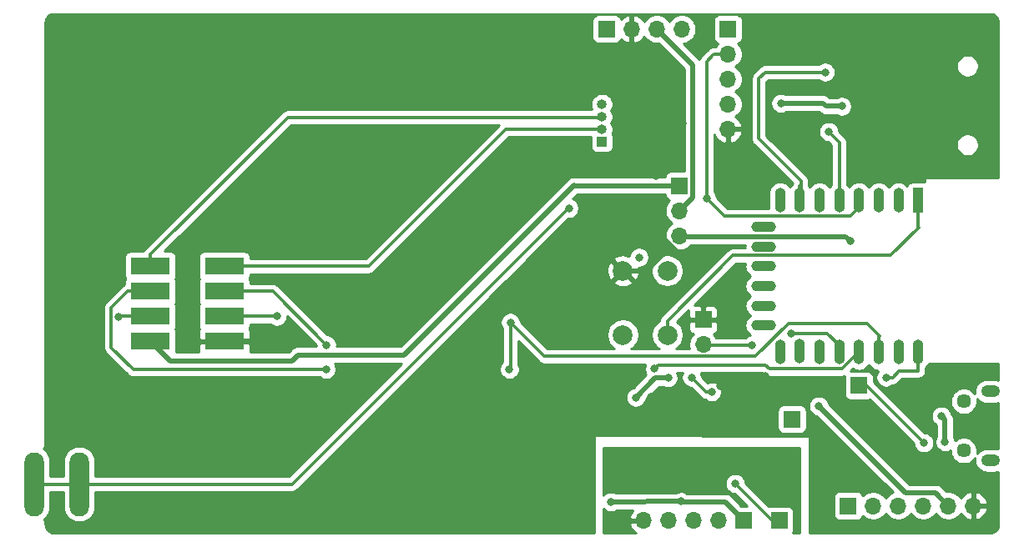
<source format=gbl>
G04 #@! TF.GenerationSoftware,KiCad,Pcbnew,5.1.12-84ad8e8a86~92~ubuntu20.04.1*
G04 #@! TF.CreationDate,2022-02-14T19:07:45+01:00*
G04 #@! TF.ProjectId,ms2-card,6d73322d-6361-4726-942e-6b696361645f,0.1*
G04 #@! TF.SameCoordinates,Original*
G04 #@! TF.FileFunction,Copper,L2,Bot*
G04 #@! TF.FilePolarity,Positive*
%FSLAX46Y46*%
G04 Gerber Fmt 4.6, Leading zero omitted, Abs format (unit mm)*
G04 Created by KiCad (PCBNEW 5.1.12-84ad8e8a86~92~ubuntu20.04.1) date 2022-02-14 19:07:45*
%MOMM*%
%LPD*%
G01*
G04 APERTURE LIST*
G04 #@! TA.AperFunction,ComponentPad*
%ADD10O,1.000000X1.000000*%
G04 #@! TD*
G04 #@! TA.AperFunction,ComponentPad*
%ADD11R,1.000000X1.000000*%
G04 #@! TD*
G04 #@! TA.AperFunction,ComponentPad*
%ADD12O,1.900000X1.200000*%
G04 #@! TD*
G04 #@! TA.AperFunction,ComponentPad*
%ADD13C,1.450000*%
G04 #@! TD*
G04 #@! TA.AperFunction,ComponentPad*
%ADD14R,1.700000X1.700000*%
G04 #@! TD*
G04 #@! TA.AperFunction,ComponentPad*
%ADD15O,1.700000X1.700000*%
G04 #@! TD*
G04 #@! TA.AperFunction,SMDPad,CuDef*
%ADD16R,4.000000X1.800000*%
G04 #@! TD*
G04 #@! TA.AperFunction,ComponentPad*
%ADD17O,2.000000X6.500000*%
G04 #@! TD*
G04 #@! TA.AperFunction,ComponentPad*
%ADD18C,1.998980*%
G04 #@! TD*
G04 #@! TA.AperFunction,ComponentPad*
%ADD19R,1.100000X2.500000*%
G04 #@! TD*
G04 #@! TA.AperFunction,ComponentPad*
%ADD20O,1.100000X2.500000*%
G04 #@! TD*
G04 #@! TA.AperFunction,ComponentPad*
%ADD21O,2.500000X1.100000*%
G04 #@! TD*
G04 #@! TA.AperFunction,ViaPad*
%ADD22C,0.800000*%
G04 #@! TD*
G04 #@! TA.AperFunction,Conductor*
%ADD23C,0.500000*%
G04 #@! TD*
G04 #@! TA.AperFunction,Conductor*
%ADD24C,0.300000*%
G04 #@! TD*
G04 #@! TA.AperFunction,Conductor*
%ADD25C,0.254000*%
G04 #@! TD*
G04 #@! TA.AperFunction,Conductor*
%ADD26C,0.100000*%
G04 #@! TD*
G04 APERTURE END LIST*
D10*
X157124400Y-109829600D03*
X157124400Y-111099600D03*
X157124400Y-112369600D03*
D11*
X157124400Y-113639600D03*
D12*
X196537500Y-138994000D03*
X196537500Y-145994000D03*
D13*
X193837500Y-139994000D03*
X193837500Y-144994000D03*
D14*
X157600000Y-102200000D03*
D15*
X160140000Y-102200000D03*
X162680000Y-102200000D03*
X165220000Y-102200000D03*
D14*
X167400000Y-131700000D03*
D15*
X167400000Y-134240000D03*
D14*
X183184800Y-138400000D03*
D15*
X169900000Y-112360000D03*
X169900000Y-109820000D03*
X169900000Y-107280000D03*
X169900000Y-104740000D03*
D14*
X169900000Y-102200000D03*
D16*
X111310000Y-133900000D03*
X111310000Y-131360000D03*
X111310000Y-128820000D03*
X111310000Y-126280000D03*
X118810000Y-126280000D03*
X118810000Y-128820000D03*
X118810000Y-131360000D03*
X118810000Y-133900000D03*
D17*
X104100000Y-148400000D03*
X99528000Y-148400000D03*
D14*
X165000000Y-118100000D03*
D15*
X165000000Y-120640000D03*
X165000000Y-123180000D03*
D14*
X182100000Y-150600000D03*
D15*
X184640000Y-150600000D03*
X187180000Y-150600000D03*
X189720000Y-150600000D03*
X192260000Y-150600000D03*
X194800000Y-150600000D03*
D14*
X176400000Y-141800000D03*
X171500000Y-152100000D03*
D15*
X168960000Y-152100000D03*
X166420000Y-152100000D03*
X163880000Y-152100000D03*
X161340000Y-152100000D03*
D14*
X175100000Y-152100000D03*
D18*
X159249560Y-126748800D03*
X163750440Y-133251200D03*
X163750440Y-126748800D03*
X159249560Y-133251200D03*
D19*
X189200000Y-119600000D03*
D20*
X187200000Y-119600000D03*
X185200000Y-119600000D03*
X183200000Y-119600000D03*
X181200000Y-119600000D03*
X179200000Y-119600000D03*
X177200000Y-119600000D03*
X175200000Y-119600000D03*
X175200000Y-135000000D03*
X177200000Y-134900000D03*
X179200000Y-135000000D03*
X181200000Y-135000000D03*
X183200000Y-135000000D03*
X185200000Y-135000000D03*
X187200000Y-135000000D03*
X189200000Y-135000000D03*
D21*
X173500000Y-122290000D03*
X173500000Y-124290000D03*
X173500000Y-126290000D03*
X173500000Y-128290000D03*
X173500000Y-130290000D03*
X173500000Y-132290000D03*
D22*
X136499600Y-128066800D03*
X146558000Y-117754400D03*
X137769600Y-118516400D03*
X129032000Y-115163600D03*
X181457600Y-110032800D03*
X175260000Y-109728000D03*
X163830000Y-137617200D03*
X160551988Y-139598400D03*
X179120800Y-140462000D03*
X191820800Y-105054400D03*
X187452000Y-105003600D03*
X185978800Y-112217200D03*
X181508400Y-112268000D03*
X175361600Y-101803200D03*
X123596400Y-133858000D03*
X192836800Y-147574000D03*
X186232800Y-138836400D03*
X184607200Y-142849600D03*
X188569600Y-147624800D03*
X191770000Y-139801600D03*
X162052000Y-139547600D03*
X159105600Y-141579600D03*
X160172400Y-103886000D03*
X165303200Y-111760000D03*
X159308800Y-119532400D03*
X167030400Y-141122400D03*
X169113200Y-138430000D03*
X173685200Y-137414000D03*
X162712400Y-120497600D03*
X167030400Y-125933200D03*
X162560000Y-117094000D03*
X191922400Y-144119600D03*
X191549952Y-141494848D03*
X182321200Y-123748800D03*
X159664400Y-151790400D03*
X160223200Y-146608800D03*
X176428400Y-145694400D03*
X168960800Y-148742400D03*
X158038800Y-150215600D03*
X165150800Y-150164800D03*
X176276000Y-133096000D03*
X172313600Y-134315200D03*
X189788800Y-144221200D03*
X180136800Y-112623600D03*
X179781200Y-106578400D03*
X129133600Y-136753600D03*
X147828000Y-131978400D03*
X147726400Y-136753600D03*
X129184400Y-134264400D03*
X162458400Y-136702800D03*
X167741600Y-119380000D03*
X168249600Y-139039600D03*
X166217600Y-137566400D03*
X160883600Y-125374400D03*
X108102400Y-131419600D03*
X124155200Y-131368800D03*
X153771600Y-120396000D03*
X185928000Y-137566400D03*
X170637200Y-148336000D03*
D23*
X181457600Y-110032800D02*
X179832000Y-110032800D01*
X179527200Y-109728000D02*
X175260000Y-109728000D01*
X179832000Y-110032800D02*
X179527200Y-109728000D01*
X162533188Y-137617200D02*
X160551988Y-139598400D01*
X163830000Y-137617200D02*
X162533188Y-137617200D01*
X187958799Y-149299999D02*
X179120800Y-140462000D01*
X190959999Y-149299999D02*
X187958799Y-149299999D01*
X192260000Y-150600000D02*
X190959999Y-149299999D01*
X123554400Y-133900000D02*
X123596400Y-133858000D01*
X118810000Y-133900000D02*
X123554400Y-133900000D01*
X170129200Y-137414000D02*
X169113200Y-138430000D01*
X173685200Y-137414000D02*
X170129200Y-137414000D01*
X161747200Y-119532400D02*
X162712400Y-120497600D01*
X159308800Y-119532400D02*
X161747200Y-119532400D01*
X162712400Y-122816402D02*
X162712400Y-120497600D01*
X167030400Y-125933200D02*
X165829198Y-125933200D01*
X165303200Y-114350800D02*
X165303200Y-111760000D01*
X162560000Y-117094000D02*
X165303200Y-114350800D01*
X163838999Y-124514993D02*
X163838999Y-123943001D01*
X161605192Y-126748800D02*
X163838999Y-124514993D01*
X159249560Y-126748800D02*
X161605192Y-126748800D01*
X163838999Y-123943001D02*
X162712400Y-122816402D01*
X165829198Y-125933200D02*
X163838999Y-123943001D01*
X165303200Y-111760000D02*
X165303200Y-111150400D01*
X160172400Y-106019600D02*
X160172400Y-103886000D01*
X165303200Y-111150400D02*
X160172400Y-106019600D01*
X191922400Y-144119600D02*
X191922400Y-141867296D01*
X191922400Y-141867296D02*
X191549952Y-141494848D01*
X181862400Y-123290000D02*
X165152400Y-123290000D01*
X182321200Y-123748800D02*
X181862400Y-123290000D01*
X165152400Y-123290000D02*
X165150800Y-123291600D01*
X165150800Y-123291600D02*
X165201600Y-123342400D01*
X165201600Y-150215600D02*
X165150800Y-150164800D01*
X169615600Y-150215600D02*
X165201600Y-150215600D01*
X171500000Y-152100000D02*
X169615600Y-150215600D01*
X165150800Y-150164800D02*
X158038800Y-150215600D01*
X163529999Y-103049999D02*
X162680000Y-102200000D01*
X165000000Y-120640000D02*
X166350001Y-119289999D01*
X166350001Y-119289999D02*
X166350001Y-105870001D01*
X166350001Y-105870001D02*
X163529999Y-103049999D01*
D24*
X179996000Y-133096000D02*
X176276000Y-133096000D01*
X181200000Y-134300000D02*
X179996000Y-133096000D01*
X172313600Y-134315200D02*
X167436800Y-134315200D01*
X167436800Y-134315200D02*
X167335200Y-134213600D01*
X189788800Y-144221200D02*
X183997600Y-138430000D01*
X183967600Y-138400000D02*
X183997600Y-138430000D01*
X183184800Y-138400000D02*
X183967600Y-138400000D01*
X181200000Y-113686800D02*
X180136800Y-112623600D01*
X181200000Y-120300000D02*
X181200000Y-113686800D01*
X179781200Y-106578400D02*
X173685200Y-106578400D01*
X173685200Y-106578400D02*
X173024800Y-107238800D01*
X173024800Y-107238800D02*
X173024800Y-113334800D01*
X173024800Y-113334800D02*
X177292000Y-117602000D01*
X177200000Y-118100400D02*
X177292000Y-118008400D01*
X177200000Y-120300000D02*
X177200000Y-118100400D01*
X177292000Y-118008400D02*
X177292000Y-118567200D01*
X177292000Y-117602000D02*
X177292000Y-118008400D01*
X147828000Y-136652000D02*
X147726400Y-136753600D01*
X147828000Y-131978400D02*
X147828000Y-136652000D01*
X172716482Y-135440001D02*
X176076483Y-132080000D01*
X151289601Y-135440001D02*
X172716482Y-135440001D01*
X147828000Y-131978400D02*
X151289601Y-135440001D01*
X176076483Y-132080000D02*
X183997600Y-132080000D01*
X183997600Y-132080000D02*
X185267600Y-133350000D01*
X185200000Y-133417600D02*
X185267600Y-133350000D01*
X185200000Y-134300000D02*
X185200000Y-133417600D01*
X111310000Y-128820000D02*
X109010000Y-128820000D01*
X109010000Y-128820000D02*
X107352398Y-130477602D01*
X107352398Y-130477602D02*
X107352398Y-134526320D01*
X107352398Y-134526320D02*
X109579678Y-136753600D01*
X109579678Y-136753600D02*
X129133600Y-136753600D01*
X129184400Y-134264400D02*
X124002800Y-129082800D01*
X123740000Y-128820000D02*
X124002800Y-129082800D01*
X118810000Y-128820000D02*
X123740000Y-128820000D01*
X183200000Y-134972806D02*
X181470006Y-136702800D01*
X162858399Y-136302801D02*
X162458400Y-136702800D01*
X183200000Y-134300000D02*
X183200000Y-134972806D01*
X181470006Y-136702800D02*
X174084002Y-136702800D01*
X174084002Y-136702800D02*
X173684003Y-136302801D01*
X173684003Y-136302801D02*
X162858399Y-136302801D01*
X167741600Y-119380000D02*
X167741600Y-105511600D01*
X168513200Y-104740000D02*
X168376600Y-104876600D01*
X168376600Y-104876600D02*
X168503600Y-104749600D01*
X169900000Y-104740000D02*
X168513200Y-104740000D01*
X167741600Y-105511600D02*
X168376600Y-104876600D01*
X167690800Y-139039600D02*
X166217600Y-137566400D01*
X168249600Y-139039600D02*
X167690800Y-139039600D01*
X169561610Y-121200010D02*
X167741600Y-119380000D01*
X182299990Y-121200010D02*
X169561610Y-121200010D01*
X183200000Y-120300000D02*
X182299990Y-121200010D01*
D23*
X154238800Y-118100000D02*
X154051000Y-118287800D01*
X165000000Y-118100000D02*
X154238800Y-118100000D01*
X154051000Y-118287800D02*
X154279600Y-118059200D01*
X113290411Y-135880411D02*
X125673732Y-135880411D01*
X111310000Y-133900000D02*
X113290411Y-135880411D01*
X126254142Y-135300001D02*
X137038799Y-135300001D01*
X125673732Y-135880411D02*
X126254142Y-135300001D01*
X137038799Y-135300001D02*
X154051000Y-118287800D01*
D24*
X111310000Y-131360000D02*
X108162000Y-131360000D01*
X108162000Y-131360000D02*
X108102400Y-131419600D01*
X111310000Y-126280000D02*
X111310000Y-125080000D01*
X111310000Y-125080000D02*
X125239600Y-111150400D01*
X125239600Y-111150400D02*
X157124400Y-111150400D01*
X118810000Y-126280000D02*
X133460400Y-126280000D01*
X133460400Y-126280000D02*
X147370800Y-112369600D01*
X147370800Y-112369600D02*
X157073600Y-112369600D01*
X124146400Y-131360000D02*
X124155200Y-131368800D01*
X118810000Y-131360000D02*
X124146400Y-131360000D01*
X104100000Y-148400000D02*
X101765600Y-148400000D01*
X99528000Y-148400000D02*
X101765600Y-148400000D01*
X104100000Y-148400000D02*
X125666000Y-148400000D01*
X153670000Y-120396000D02*
X153771600Y-120396000D01*
X125666000Y-148400000D02*
X153670000Y-120396000D01*
X186606406Y-137566400D02*
X187266806Y-136906000D01*
X185928000Y-137566400D02*
X186606406Y-137566400D01*
X187266806Y-136906000D02*
X189179200Y-136906000D01*
X189200000Y-136885200D02*
X189179200Y-136906000D01*
X189200000Y-134300000D02*
X189200000Y-136885200D01*
X174401200Y-152100000D02*
X170637200Y-148336000D01*
X175100000Y-152100000D02*
X174401200Y-152100000D01*
X170398138Y-125190010D02*
X186366390Y-125190010D01*
X163750440Y-131837708D02*
X170398138Y-125190010D01*
X163750440Y-133251200D02*
X163750440Y-131837708D01*
X186366390Y-125190010D02*
X189230000Y-122326400D01*
X189200000Y-122296400D02*
X189230000Y-122326400D01*
X189200000Y-120300000D02*
X189200000Y-122296400D01*
D25*
X163524188Y-119074482D02*
X163560498Y-119194180D01*
X163619463Y-119304494D01*
X163698815Y-119401185D01*
X163795506Y-119480537D01*
X163905820Y-119539502D01*
X163978380Y-119561513D01*
X163846525Y-119693368D01*
X163684010Y-119936589D01*
X163572068Y-120206842D01*
X163515000Y-120493740D01*
X163515000Y-120786260D01*
X163572068Y-121073158D01*
X163684010Y-121343411D01*
X163846525Y-121586632D01*
X164053368Y-121793475D01*
X164227760Y-121910000D01*
X164053368Y-122026525D01*
X163846525Y-122233368D01*
X163684010Y-122476589D01*
X163572068Y-122746842D01*
X163515000Y-123033740D01*
X163515000Y-123326260D01*
X163572068Y-123613158D01*
X163684010Y-123883411D01*
X163846525Y-124126632D01*
X164053368Y-124333475D01*
X164296589Y-124495990D01*
X164566842Y-124607932D01*
X164853740Y-124665000D01*
X165146260Y-124665000D01*
X165433158Y-124607932D01*
X165703411Y-124495990D01*
X165946632Y-124333475D01*
X166105107Y-124175000D01*
X171620594Y-124175000D01*
X171609267Y-124290000D01*
X171620595Y-124405010D01*
X170436694Y-124405010D01*
X170398138Y-124401213D01*
X170359582Y-124405010D01*
X170359577Y-124405010D01*
X170319164Y-124408990D01*
X170244251Y-124416368D01*
X170109665Y-124457195D01*
X170096278Y-124461256D01*
X169959905Y-124534148D01*
X169840374Y-124632246D01*
X169815793Y-124662198D01*
X163222625Y-131255366D01*
X163192677Y-131279944D01*
X163168099Y-131309892D01*
X163168095Y-131309896D01*
X163135130Y-131350064D01*
X163094579Y-131399475D01*
X163081397Y-131424138D01*
X163021686Y-131535849D01*
X162976799Y-131683822D01*
X162964304Y-131810694D01*
X162708513Y-131981608D01*
X162480848Y-132209273D01*
X162301973Y-132476978D01*
X162178762Y-132774437D01*
X162115950Y-133090217D01*
X162115950Y-133412183D01*
X162178762Y-133727963D01*
X162301973Y-134025422D01*
X162480848Y-134293127D01*
X162708513Y-134520792D01*
X162909371Y-134655001D01*
X160090629Y-134655001D01*
X160291487Y-134520792D01*
X160519152Y-134293127D01*
X160698027Y-134025422D01*
X160821238Y-133727963D01*
X160884050Y-133412183D01*
X160884050Y-133090217D01*
X160821238Y-132774437D01*
X160698027Y-132476978D01*
X160519152Y-132209273D01*
X160291487Y-131981608D01*
X160023782Y-131802733D01*
X159726323Y-131679522D01*
X159410543Y-131616710D01*
X159088577Y-131616710D01*
X158772797Y-131679522D01*
X158475338Y-131802733D01*
X158207633Y-131981608D01*
X157979968Y-132209273D01*
X157801093Y-132476978D01*
X157677882Y-132774437D01*
X157615070Y-133090217D01*
X157615070Y-133412183D01*
X157677882Y-133727963D01*
X157801093Y-134025422D01*
X157979968Y-134293127D01*
X158207633Y-134520792D01*
X158408491Y-134655001D01*
X151614759Y-134655001D01*
X148863000Y-131903243D01*
X148863000Y-131876461D01*
X148823226Y-131676502D01*
X148745205Y-131488144D01*
X148631937Y-131318626D01*
X148487774Y-131174463D01*
X148318256Y-131061195D01*
X148129898Y-130983174D01*
X147929939Y-130943400D01*
X147726061Y-130943400D01*
X147526102Y-130983174D01*
X147337744Y-131061195D01*
X147168226Y-131174463D01*
X147024063Y-131318626D01*
X146910795Y-131488144D01*
X146832774Y-131676502D01*
X146793000Y-131876461D01*
X146793000Y-132080339D01*
X146832774Y-132280298D01*
X146910795Y-132468656D01*
X147024063Y-132638174D01*
X147043000Y-132657111D01*
X147043001Y-135973288D01*
X146922463Y-136093826D01*
X146809195Y-136263344D01*
X146731174Y-136451702D01*
X146691400Y-136651661D01*
X146691400Y-136855539D01*
X146731174Y-137055498D01*
X146809195Y-137243856D01*
X146922463Y-137413374D01*
X147066626Y-137557537D01*
X147236144Y-137670805D01*
X147424502Y-137748826D01*
X147624461Y-137788600D01*
X147828339Y-137788600D01*
X148028298Y-137748826D01*
X148216656Y-137670805D01*
X148386174Y-137557537D01*
X148530337Y-137413374D01*
X148643605Y-137243856D01*
X148721626Y-137055498D01*
X148761400Y-136855539D01*
X148761400Y-136651661D01*
X148721626Y-136451702D01*
X148643605Y-136263344D01*
X148613000Y-136217540D01*
X148613000Y-133873557D01*
X150707259Y-135967817D01*
X150731837Y-135997765D01*
X150761785Y-136022343D01*
X150761788Y-136022346D01*
X150782582Y-136039411D01*
X150851368Y-136095863D01*
X150987741Y-136168755D01*
X151135714Y-136213642D01*
X151251040Y-136225001D01*
X151251047Y-136225001D01*
X151289600Y-136228798D01*
X151328153Y-136225001D01*
X161536035Y-136225001D01*
X161463174Y-136400902D01*
X161423400Y-136600861D01*
X161423400Y-136804739D01*
X161463174Y-137004698D01*
X161541195Y-137193056D01*
X161607108Y-137291702D01*
X160306945Y-138591865D01*
X160250090Y-138603174D01*
X160061732Y-138681195D01*
X159892214Y-138794463D01*
X159748051Y-138938626D01*
X159634783Y-139108144D01*
X159556762Y-139296502D01*
X159516988Y-139496461D01*
X159516988Y-139700339D01*
X159556762Y-139900298D01*
X159634783Y-140088656D01*
X159748051Y-140258174D01*
X159892214Y-140402337D01*
X160061732Y-140515605D01*
X160250090Y-140593626D01*
X160450049Y-140633400D01*
X160653927Y-140633400D01*
X160853886Y-140593626D01*
X161042244Y-140515605D01*
X161211762Y-140402337D01*
X161355925Y-140258174D01*
X161469193Y-140088656D01*
X161547214Y-139900298D01*
X161558523Y-139843443D01*
X162899767Y-138502200D01*
X163291546Y-138502200D01*
X163339744Y-138534405D01*
X163528102Y-138612426D01*
X163728061Y-138652200D01*
X163931939Y-138652200D01*
X164131898Y-138612426D01*
X164320256Y-138534405D01*
X164489774Y-138421137D01*
X164633937Y-138276974D01*
X164747205Y-138107456D01*
X164825226Y-137919098D01*
X164865000Y-137719139D01*
X164865000Y-137515261D01*
X164825226Y-137315302D01*
X164747205Y-137126944D01*
X164721051Y-137087801D01*
X165295566Y-137087801D01*
X165222374Y-137264502D01*
X165182600Y-137464461D01*
X165182600Y-137668339D01*
X165222374Y-137868298D01*
X165300395Y-138056656D01*
X165413663Y-138226174D01*
X165557826Y-138370337D01*
X165727344Y-138483605D01*
X165915702Y-138561626D01*
X166115661Y-138601400D01*
X166142443Y-138601400D01*
X167108458Y-139567416D01*
X167133036Y-139597364D01*
X167162984Y-139621942D01*
X167162987Y-139621945D01*
X167185489Y-139640412D01*
X167252567Y-139695462D01*
X167388940Y-139768354D01*
X167500601Y-139802226D01*
X167536912Y-139813241D01*
X167551290Y-139814657D01*
X167562001Y-139815712D01*
X167589826Y-139843537D01*
X167759344Y-139956805D01*
X167947702Y-140034826D01*
X168147661Y-140074600D01*
X168351539Y-140074600D01*
X168551498Y-140034826D01*
X168739856Y-139956805D01*
X168909374Y-139843537D01*
X169053537Y-139699374D01*
X169166805Y-139529856D01*
X169244826Y-139341498D01*
X169284600Y-139141539D01*
X169284600Y-138937661D01*
X169244826Y-138737702D01*
X169166805Y-138549344D01*
X169053537Y-138379826D01*
X168909374Y-138235663D01*
X168739856Y-138122395D01*
X168551498Y-138044374D01*
X168351539Y-138004600D01*
X168147661Y-138004600D01*
X167947702Y-138044374D01*
X167847314Y-138085956D01*
X167252600Y-137491243D01*
X167252600Y-137464461D01*
X167212826Y-137264502D01*
X167139634Y-137087801D01*
X173358846Y-137087801D01*
X173501655Y-137230610D01*
X173526238Y-137260564D01*
X173645769Y-137358662D01*
X173782142Y-137431554D01*
X173930115Y-137476441D01*
X174045441Y-137487800D01*
X174045448Y-137487800D01*
X174084001Y-137491597D01*
X174122554Y-137487800D01*
X181431453Y-137487800D01*
X181470006Y-137491597D01*
X181508559Y-137487800D01*
X181508567Y-137487800D01*
X181623893Y-137476441D01*
X181706439Y-137451401D01*
X181696728Y-137550000D01*
X181696728Y-139250000D01*
X181708988Y-139374482D01*
X181745298Y-139494180D01*
X181804263Y-139604494D01*
X181883615Y-139701185D01*
X181980306Y-139780537D01*
X182090620Y-139839502D01*
X182210318Y-139875812D01*
X182334800Y-139888072D01*
X184034800Y-139888072D01*
X184159282Y-139875812D01*
X184278980Y-139839502D01*
X184290687Y-139833244D01*
X188753800Y-144296357D01*
X188753800Y-144323139D01*
X188793574Y-144523098D01*
X188871595Y-144711456D01*
X188984863Y-144880974D01*
X189129026Y-145025137D01*
X189298544Y-145138405D01*
X189486902Y-145216426D01*
X189686861Y-145256200D01*
X189890739Y-145256200D01*
X190090698Y-145216426D01*
X190279056Y-145138405D01*
X190448574Y-145025137D01*
X190592737Y-144880974D01*
X190706005Y-144711456D01*
X190784026Y-144523098D01*
X190823800Y-144323139D01*
X190823800Y-144119261D01*
X190784026Y-143919302D01*
X190706005Y-143730944D01*
X190592737Y-143561426D01*
X190448574Y-143417263D01*
X190279056Y-143303995D01*
X190090698Y-143225974D01*
X189890739Y-143186200D01*
X189863957Y-143186200D01*
X184672872Y-137995115D01*
X184672872Y-137550000D01*
X184660612Y-137425518D01*
X184624302Y-137305820D01*
X184565337Y-137195506D01*
X184485985Y-137098815D01*
X184389294Y-137019463D01*
X184278980Y-136960498D01*
X184159282Y-136924188D01*
X184034800Y-136911928D01*
X182371035Y-136911928D01*
X182573942Y-136709021D01*
X182744326Y-136800094D01*
X182967700Y-136867853D01*
X183200000Y-136890733D01*
X183432299Y-136867853D01*
X183655673Y-136800094D01*
X183861535Y-136690058D01*
X184041975Y-136541975D01*
X184190058Y-136361536D01*
X184200000Y-136342935D01*
X184209942Y-136361535D01*
X184358025Y-136541975D01*
X184538464Y-136690058D01*
X184744326Y-136800094D01*
X184967700Y-136867853D01*
X185145340Y-136885349D01*
X185124063Y-136906626D01*
X185010795Y-137076144D01*
X184932774Y-137264502D01*
X184893000Y-137464461D01*
X184893000Y-137668339D01*
X184932774Y-137868298D01*
X185010795Y-138056656D01*
X185124063Y-138226174D01*
X185268226Y-138370337D01*
X185437744Y-138483605D01*
X185626102Y-138561626D01*
X185826061Y-138601400D01*
X186029939Y-138601400D01*
X186229898Y-138561626D01*
X186418256Y-138483605D01*
X186587774Y-138370337D01*
X186603227Y-138354884D01*
X186606406Y-138355197D01*
X186644959Y-138351400D01*
X186644967Y-138351400D01*
X186760293Y-138340041D01*
X186908266Y-138295154D01*
X187044639Y-138222262D01*
X187164170Y-138124164D01*
X187188753Y-138094210D01*
X187591963Y-137691000D01*
X189140647Y-137691000D01*
X189179200Y-137694797D01*
X189217753Y-137691000D01*
X189217761Y-137691000D01*
X189333087Y-137679641D01*
X189481060Y-137634754D01*
X189617433Y-137561862D01*
X189736964Y-137463764D01*
X189746340Y-137452340D01*
X189757764Y-137442964D01*
X189855862Y-137323433D01*
X189928754Y-137187060D01*
X189958126Y-137090233D01*
X189973642Y-137039086D01*
X189982035Y-136953860D01*
X189985000Y-136923761D01*
X189985000Y-136923755D01*
X189988797Y-136885200D01*
X189985000Y-136846644D01*
X189985000Y-136588733D01*
X190041975Y-136541975D01*
X190190058Y-136361536D01*
X190300094Y-136155674D01*
X190308792Y-136127000D01*
X197340001Y-136127000D01*
X197340001Y-137840694D01*
X197129602Y-137776870D01*
X196948165Y-137759000D01*
X196126835Y-137759000D01*
X195945398Y-137776870D01*
X195712599Y-137847489D01*
X195498051Y-137962167D01*
X195309998Y-138116498D01*
X195155667Y-138304551D01*
X195040989Y-138519099D01*
X194970370Y-138751898D01*
X194946525Y-138994000D01*
X194970370Y-139236102D01*
X194973383Y-139246035D01*
X194893881Y-139127051D01*
X194704449Y-138937619D01*
X194481701Y-138788784D01*
X194234197Y-138686264D01*
X193971448Y-138634000D01*
X193703552Y-138634000D01*
X193440803Y-138686264D01*
X193193299Y-138788784D01*
X192970551Y-138937619D01*
X192781119Y-139127051D01*
X192632284Y-139349799D01*
X192529764Y-139597303D01*
X192477500Y-139860052D01*
X192477500Y-140127948D01*
X192529764Y-140390697D01*
X192632284Y-140638201D01*
X192781119Y-140860949D01*
X192970551Y-141050381D01*
X193193299Y-141199216D01*
X193440803Y-141301736D01*
X193703552Y-141354000D01*
X193971448Y-141354000D01*
X194234197Y-141301736D01*
X194481701Y-141199216D01*
X194704449Y-141050381D01*
X194893881Y-140860949D01*
X195042716Y-140638201D01*
X195145236Y-140390697D01*
X195197500Y-140127948D01*
X195197500Y-139860052D01*
X195164516Y-139694232D01*
X195309998Y-139871502D01*
X195498051Y-140025833D01*
X195712599Y-140140511D01*
X195945398Y-140211130D01*
X196126835Y-140229000D01*
X196948165Y-140229000D01*
X197129602Y-140211130D01*
X197340001Y-140147306D01*
X197340001Y-144840694D01*
X197129602Y-144776870D01*
X196948165Y-144759000D01*
X196126835Y-144759000D01*
X195945398Y-144776870D01*
X195712599Y-144847489D01*
X195498051Y-144962167D01*
X195309998Y-145116498D01*
X195164516Y-145293768D01*
X195197500Y-145127948D01*
X195197500Y-144860052D01*
X195145236Y-144597303D01*
X195042716Y-144349799D01*
X194893881Y-144127051D01*
X194704449Y-143937619D01*
X194481701Y-143788784D01*
X194234197Y-143686264D01*
X193971448Y-143634000D01*
X193703552Y-143634000D01*
X193440803Y-143686264D01*
X193193299Y-143788784D01*
X192970551Y-143937619D01*
X192946302Y-143961868D01*
X192917626Y-143817702D01*
X192839605Y-143629344D01*
X192807400Y-143581146D01*
X192807400Y-141910762D01*
X192811681Y-141867295D01*
X192807400Y-141823829D01*
X192807400Y-141823819D01*
X192794595Y-141693806D01*
X192743989Y-141526983D01*
X192661811Y-141373237D01*
X192555199Y-141243332D01*
X192545178Y-141192950D01*
X192467157Y-141004592D01*
X192353889Y-140835074D01*
X192209726Y-140690911D01*
X192040208Y-140577643D01*
X191851850Y-140499622D01*
X191651891Y-140459848D01*
X191448013Y-140459848D01*
X191248054Y-140499622D01*
X191059696Y-140577643D01*
X190890178Y-140690911D01*
X190746015Y-140835074D01*
X190632747Y-141004592D01*
X190554726Y-141192950D01*
X190514952Y-141392909D01*
X190514952Y-141596787D01*
X190554726Y-141796746D01*
X190632747Y-141985104D01*
X190746015Y-142154622D01*
X190890178Y-142298785D01*
X191037401Y-142397156D01*
X191037400Y-143581145D01*
X191005195Y-143629344D01*
X190927174Y-143817702D01*
X190887400Y-144017661D01*
X190887400Y-144221539D01*
X190927174Y-144421498D01*
X191005195Y-144609856D01*
X191118463Y-144779374D01*
X191262626Y-144923537D01*
X191432144Y-145036805D01*
X191620502Y-145114826D01*
X191820461Y-145154600D01*
X192024339Y-145154600D01*
X192224298Y-145114826D01*
X192412656Y-145036805D01*
X192477500Y-144993478D01*
X192477500Y-145127948D01*
X192529764Y-145390697D01*
X192632284Y-145638201D01*
X192781119Y-145860949D01*
X192970551Y-146050381D01*
X193193299Y-146199216D01*
X193440803Y-146301736D01*
X193703552Y-146354000D01*
X193971448Y-146354000D01*
X194234197Y-146301736D01*
X194481701Y-146199216D01*
X194704449Y-146050381D01*
X194893881Y-145860949D01*
X194973383Y-145741965D01*
X194970370Y-145751898D01*
X194946525Y-145994000D01*
X194970370Y-146236102D01*
X195040989Y-146468901D01*
X195155667Y-146683449D01*
X195309998Y-146871502D01*
X195498051Y-147025833D01*
X195712599Y-147140511D01*
X195945398Y-147211130D01*
X196126835Y-147229000D01*
X196948165Y-147229000D01*
X197129602Y-147211130D01*
X197340001Y-147147306D01*
X197340001Y-152467712D01*
X197320898Y-152662540D01*
X197273692Y-152818895D01*
X197197018Y-152963096D01*
X197093792Y-153089664D01*
X196967951Y-153193768D01*
X196824289Y-153271447D01*
X196668271Y-153319742D01*
X196475527Y-153340000D01*
X178201926Y-153340000D01*
X178201926Y-143671876D01*
X178199486Y-143647100D01*
X178192259Y-143623275D01*
X178180523Y-143601319D01*
X178164729Y-143582073D01*
X178145483Y-143566279D01*
X178123527Y-143554543D01*
X178099702Y-143547316D01*
X178075349Y-143544877D01*
X156475349Y-143473001D01*
X156450564Y-143475359D01*
X156426716Y-143482506D01*
X156404720Y-143494169D01*
X156385423Y-143509899D01*
X156369565Y-143529092D01*
X156357756Y-143551009D01*
X156350449Y-143574809D01*
X156347926Y-143600000D01*
X156347926Y-153340000D01*
X101532277Y-153340000D01*
X101337460Y-153320898D01*
X101181105Y-153273692D01*
X101036904Y-153197018D01*
X100910336Y-153093792D01*
X100806232Y-152967951D01*
X100728553Y-152824289D01*
X100680258Y-152668271D01*
X100657188Y-152448769D01*
X100657272Y-152436693D01*
X100656373Y-152427522D01*
X100646173Y-152330473D01*
X100634140Y-152271854D01*
X100622936Y-152213116D01*
X100620272Y-152204294D01*
X100591416Y-152111075D01*
X100568238Y-152055937D01*
X100545825Y-152000463D01*
X100541498Y-151992327D01*
X100519411Y-151951478D01*
X100689714Y-151811714D01*
X100894031Y-151562752D01*
X101045852Y-151278715D01*
X101139343Y-150970516D01*
X101163000Y-150730322D01*
X101163000Y-149185000D01*
X102465001Y-149185000D01*
X102465001Y-150730322D01*
X102488658Y-150970516D01*
X102582149Y-151278715D01*
X102733970Y-151562752D01*
X102938287Y-151811714D01*
X103187249Y-152016031D01*
X103471286Y-152167852D01*
X103779485Y-152261343D01*
X104100000Y-152292911D01*
X104420516Y-152261343D01*
X104728715Y-152167852D01*
X105012752Y-152016031D01*
X105261714Y-151811714D01*
X105466031Y-151562752D01*
X105617852Y-151278715D01*
X105711343Y-150970516D01*
X105735000Y-150730322D01*
X105735000Y-149185000D01*
X125627447Y-149185000D01*
X125666000Y-149188797D01*
X125704553Y-149185000D01*
X125704561Y-149185000D01*
X125819887Y-149173641D01*
X125967860Y-149128754D01*
X126104233Y-149055862D01*
X126223764Y-148957764D01*
X126248347Y-148927810D01*
X134226157Y-140950000D01*
X174911928Y-140950000D01*
X174911928Y-142650000D01*
X174924188Y-142774482D01*
X174960498Y-142894180D01*
X175019463Y-143004494D01*
X175098815Y-143101185D01*
X175195506Y-143180537D01*
X175305820Y-143239502D01*
X175425518Y-143275812D01*
X175550000Y-143288072D01*
X177250000Y-143288072D01*
X177374482Y-143275812D01*
X177494180Y-143239502D01*
X177604494Y-143180537D01*
X177701185Y-143101185D01*
X177780537Y-143004494D01*
X177839502Y-142894180D01*
X177875812Y-142774482D01*
X177888072Y-142650000D01*
X177888072Y-140950000D01*
X177875812Y-140825518D01*
X177839502Y-140705820D01*
X177780537Y-140595506D01*
X177701185Y-140498815D01*
X177604494Y-140419463D01*
X177494180Y-140360498D01*
X177492740Y-140360061D01*
X178085800Y-140360061D01*
X178085800Y-140563939D01*
X178125574Y-140763898D01*
X178203595Y-140952256D01*
X178316863Y-141121774D01*
X178461026Y-141265937D01*
X178630544Y-141379205D01*
X178818902Y-141457226D01*
X178875757Y-141468535D01*
X186628364Y-149221143D01*
X186476589Y-149284010D01*
X186233368Y-149446525D01*
X186026525Y-149653368D01*
X185910000Y-149827760D01*
X185793475Y-149653368D01*
X185586632Y-149446525D01*
X185343411Y-149284010D01*
X185073158Y-149172068D01*
X184786260Y-149115000D01*
X184493740Y-149115000D01*
X184206842Y-149172068D01*
X183936589Y-149284010D01*
X183693368Y-149446525D01*
X183561513Y-149578380D01*
X183539502Y-149505820D01*
X183480537Y-149395506D01*
X183401185Y-149298815D01*
X183304494Y-149219463D01*
X183194180Y-149160498D01*
X183074482Y-149124188D01*
X182950000Y-149111928D01*
X181250000Y-149111928D01*
X181125518Y-149124188D01*
X181005820Y-149160498D01*
X180895506Y-149219463D01*
X180798815Y-149298815D01*
X180719463Y-149395506D01*
X180660498Y-149505820D01*
X180624188Y-149625518D01*
X180611928Y-149750000D01*
X180611928Y-151450000D01*
X180624188Y-151574482D01*
X180660498Y-151694180D01*
X180719463Y-151804494D01*
X180798815Y-151901185D01*
X180895506Y-151980537D01*
X181005820Y-152039502D01*
X181125518Y-152075812D01*
X181250000Y-152088072D01*
X182950000Y-152088072D01*
X183074482Y-152075812D01*
X183194180Y-152039502D01*
X183304494Y-151980537D01*
X183401185Y-151901185D01*
X183480537Y-151804494D01*
X183539502Y-151694180D01*
X183561513Y-151621620D01*
X183693368Y-151753475D01*
X183936589Y-151915990D01*
X184206842Y-152027932D01*
X184493740Y-152085000D01*
X184786260Y-152085000D01*
X185073158Y-152027932D01*
X185343411Y-151915990D01*
X185586632Y-151753475D01*
X185793475Y-151546632D01*
X185910000Y-151372240D01*
X186026525Y-151546632D01*
X186233368Y-151753475D01*
X186476589Y-151915990D01*
X186746842Y-152027932D01*
X187033740Y-152085000D01*
X187326260Y-152085000D01*
X187613158Y-152027932D01*
X187883411Y-151915990D01*
X188126632Y-151753475D01*
X188333475Y-151546632D01*
X188450000Y-151372240D01*
X188566525Y-151546632D01*
X188773368Y-151753475D01*
X189016589Y-151915990D01*
X189286842Y-152027932D01*
X189573740Y-152085000D01*
X189866260Y-152085000D01*
X190153158Y-152027932D01*
X190423411Y-151915990D01*
X190666632Y-151753475D01*
X190873475Y-151546632D01*
X190990000Y-151372240D01*
X191106525Y-151546632D01*
X191313368Y-151753475D01*
X191556589Y-151915990D01*
X191826842Y-152027932D01*
X192113740Y-152085000D01*
X192406260Y-152085000D01*
X192693158Y-152027932D01*
X192963411Y-151915990D01*
X193206632Y-151753475D01*
X193413475Y-151546632D01*
X193535195Y-151364466D01*
X193604822Y-151481355D01*
X193799731Y-151697588D01*
X194033080Y-151871641D01*
X194295901Y-151996825D01*
X194443110Y-152041476D01*
X194673000Y-151920155D01*
X194673000Y-150727000D01*
X194927000Y-150727000D01*
X194927000Y-151920155D01*
X195156890Y-152041476D01*
X195304099Y-151996825D01*
X195566920Y-151871641D01*
X195800269Y-151697588D01*
X195995178Y-151481355D01*
X196144157Y-151231252D01*
X196241481Y-150956891D01*
X196120814Y-150727000D01*
X194927000Y-150727000D01*
X194673000Y-150727000D01*
X194653000Y-150727000D01*
X194653000Y-150473000D01*
X194673000Y-150473000D01*
X194673000Y-149279845D01*
X194927000Y-149279845D01*
X194927000Y-150473000D01*
X196120814Y-150473000D01*
X196241481Y-150243109D01*
X196144157Y-149968748D01*
X195995178Y-149718645D01*
X195800269Y-149502412D01*
X195566920Y-149328359D01*
X195304099Y-149203175D01*
X195156890Y-149158524D01*
X194927000Y-149279845D01*
X194673000Y-149279845D01*
X194443110Y-149158524D01*
X194295901Y-149203175D01*
X194033080Y-149328359D01*
X193799731Y-149502412D01*
X193604822Y-149718645D01*
X193535195Y-149835534D01*
X193413475Y-149653368D01*
X193206632Y-149446525D01*
X192963411Y-149284010D01*
X192693158Y-149172068D01*
X192406260Y-149115000D01*
X192113740Y-149115000D01*
X192041039Y-149129461D01*
X191616533Y-148704955D01*
X191588816Y-148671182D01*
X191454058Y-148560588D01*
X191300312Y-148478410D01*
X191133489Y-148427804D01*
X191003476Y-148414999D01*
X191003468Y-148414999D01*
X190959999Y-148410718D01*
X190916530Y-148414999D01*
X188325378Y-148414999D01*
X180127335Y-140216957D01*
X180116026Y-140160102D01*
X180038005Y-139971744D01*
X179924737Y-139802226D01*
X179780574Y-139658063D01*
X179611056Y-139544795D01*
X179422698Y-139466774D01*
X179222739Y-139427000D01*
X179018861Y-139427000D01*
X178818902Y-139466774D01*
X178630544Y-139544795D01*
X178461026Y-139658063D01*
X178316863Y-139802226D01*
X178203595Y-139971744D01*
X178125574Y-140160102D01*
X178085800Y-140360061D01*
X177492740Y-140360061D01*
X177374482Y-140324188D01*
X177250000Y-140311928D01*
X175550000Y-140311928D01*
X175425518Y-140324188D01*
X175305820Y-140360498D01*
X175195506Y-140419463D01*
X175098815Y-140498815D01*
X175019463Y-140595506D01*
X174960498Y-140705820D01*
X174924188Y-140825518D01*
X174911928Y-140950000D01*
X134226157Y-140950000D01*
X147292307Y-127883850D01*
X158294115Y-127883850D01*
X158389818Y-128148199D01*
X158679347Y-128289038D01*
X158990789Y-128370685D01*
X159312175Y-128390005D01*
X159631155Y-128346254D01*
X159935471Y-128241114D01*
X160109302Y-128148199D01*
X160205005Y-127883850D01*
X159249560Y-126928405D01*
X158294115Y-127883850D01*
X147292307Y-127883850D01*
X148364742Y-126811415D01*
X157608355Y-126811415D01*
X157652106Y-127130395D01*
X157757246Y-127434711D01*
X157850161Y-127608542D01*
X158114510Y-127704245D01*
X159069955Y-126748800D01*
X158114510Y-125793355D01*
X157850161Y-125889058D01*
X157709322Y-126178587D01*
X157627675Y-126490029D01*
X157608355Y-126811415D01*
X148364742Y-126811415D01*
X149562407Y-125613750D01*
X158294115Y-125613750D01*
X159249560Y-126569195D01*
X159263703Y-126555053D01*
X159443308Y-126734658D01*
X159429165Y-126748800D01*
X160384610Y-127704245D01*
X160648959Y-127608542D01*
X160789798Y-127319013D01*
X160871445Y-127007571D01*
X160890765Y-126686185D01*
X160877273Y-126587817D01*
X162115950Y-126587817D01*
X162115950Y-126909783D01*
X162178762Y-127225563D01*
X162301973Y-127523022D01*
X162480848Y-127790727D01*
X162708513Y-128018392D01*
X162976218Y-128197267D01*
X163273677Y-128320478D01*
X163589457Y-128383290D01*
X163911423Y-128383290D01*
X164227203Y-128320478D01*
X164524662Y-128197267D01*
X164792367Y-128018392D01*
X165020032Y-127790727D01*
X165198907Y-127523022D01*
X165322118Y-127225563D01*
X165384930Y-126909783D01*
X165384930Y-126587817D01*
X165322118Y-126272037D01*
X165198907Y-125974578D01*
X165020032Y-125706873D01*
X164792367Y-125479208D01*
X164524662Y-125300333D01*
X164227203Y-125177122D01*
X163911423Y-125114310D01*
X163589457Y-125114310D01*
X163273677Y-125177122D01*
X162976218Y-125300333D01*
X162708513Y-125479208D01*
X162480848Y-125706873D01*
X162301973Y-125974578D01*
X162178762Y-126272037D01*
X162115950Y-126587817D01*
X160877273Y-126587817D01*
X160852801Y-126409400D01*
X160985539Y-126409400D01*
X161185498Y-126369626D01*
X161373856Y-126291605D01*
X161543374Y-126178337D01*
X161687537Y-126034174D01*
X161800805Y-125864656D01*
X161878826Y-125676298D01*
X161918600Y-125476339D01*
X161918600Y-125272461D01*
X161878826Y-125072502D01*
X161800805Y-124884144D01*
X161687537Y-124714626D01*
X161543374Y-124570463D01*
X161373856Y-124457195D01*
X161185498Y-124379174D01*
X160985539Y-124339400D01*
X160781661Y-124339400D01*
X160581702Y-124379174D01*
X160393344Y-124457195D01*
X160223826Y-124570463D01*
X160079663Y-124714626D01*
X159966395Y-124884144D01*
X159888374Y-125072502D01*
X159857646Y-125226985D01*
X159819773Y-125208562D01*
X159508331Y-125126915D01*
X159186945Y-125107595D01*
X158867965Y-125151346D01*
X158563649Y-125256486D01*
X158389818Y-125349401D01*
X158294115Y-125613750D01*
X149562407Y-125613750D01*
X153745157Y-121431000D01*
X153873539Y-121431000D01*
X154073498Y-121391226D01*
X154261856Y-121313205D01*
X154431374Y-121199937D01*
X154575537Y-121055774D01*
X154688805Y-120886256D01*
X154766826Y-120697898D01*
X154806600Y-120497939D01*
X154806600Y-120294061D01*
X154766826Y-120094102D01*
X154688805Y-119905744D01*
X154575537Y-119736226D01*
X154431374Y-119592063D01*
X154261856Y-119478795D01*
X154155598Y-119434781D01*
X154605379Y-118985000D01*
X163515375Y-118985000D01*
X163524188Y-119074482D01*
G04 #@! TA.AperFunction,Conductor*
D26*
G36*
X163524188Y-119074482D02*
G01*
X163560498Y-119194180D01*
X163619463Y-119304494D01*
X163698815Y-119401185D01*
X163795506Y-119480537D01*
X163905820Y-119539502D01*
X163978380Y-119561513D01*
X163846525Y-119693368D01*
X163684010Y-119936589D01*
X163572068Y-120206842D01*
X163515000Y-120493740D01*
X163515000Y-120786260D01*
X163572068Y-121073158D01*
X163684010Y-121343411D01*
X163846525Y-121586632D01*
X164053368Y-121793475D01*
X164227760Y-121910000D01*
X164053368Y-122026525D01*
X163846525Y-122233368D01*
X163684010Y-122476589D01*
X163572068Y-122746842D01*
X163515000Y-123033740D01*
X163515000Y-123326260D01*
X163572068Y-123613158D01*
X163684010Y-123883411D01*
X163846525Y-124126632D01*
X164053368Y-124333475D01*
X164296589Y-124495990D01*
X164566842Y-124607932D01*
X164853740Y-124665000D01*
X165146260Y-124665000D01*
X165433158Y-124607932D01*
X165703411Y-124495990D01*
X165946632Y-124333475D01*
X166105107Y-124175000D01*
X171620594Y-124175000D01*
X171609267Y-124290000D01*
X171620595Y-124405010D01*
X170436694Y-124405010D01*
X170398138Y-124401213D01*
X170359582Y-124405010D01*
X170359577Y-124405010D01*
X170319164Y-124408990D01*
X170244251Y-124416368D01*
X170109665Y-124457195D01*
X170096278Y-124461256D01*
X169959905Y-124534148D01*
X169840374Y-124632246D01*
X169815793Y-124662198D01*
X163222625Y-131255366D01*
X163192677Y-131279944D01*
X163168099Y-131309892D01*
X163168095Y-131309896D01*
X163135130Y-131350064D01*
X163094579Y-131399475D01*
X163081397Y-131424138D01*
X163021686Y-131535849D01*
X162976799Y-131683822D01*
X162964304Y-131810694D01*
X162708513Y-131981608D01*
X162480848Y-132209273D01*
X162301973Y-132476978D01*
X162178762Y-132774437D01*
X162115950Y-133090217D01*
X162115950Y-133412183D01*
X162178762Y-133727963D01*
X162301973Y-134025422D01*
X162480848Y-134293127D01*
X162708513Y-134520792D01*
X162909371Y-134655001D01*
X160090629Y-134655001D01*
X160291487Y-134520792D01*
X160519152Y-134293127D01*
X160698027Y-134025422D01*
X160821238Y-133727963D01*
X160884050Y-133412183D01*
X160884050Y-133090217D01*
X160821238Y-132774437D01*
X160698027Y-132476978D01*
X160519152Y-132209273D01*
X160291487Y-131981608D01*
X160023782Y-131802733D01*
X159726323Y-131679522D01*
X159410543Y-131616710D01*
X159088577Y-131616710D01*
X158772797Y-131679522D01*
X158475338Y-131802733D01*
X158207633Y-131981608D01*
X157979968Y-132209273D01*
X157801093Y-132476978D01*
X157677882Y-132774437D01*
X157615070Y-133090217D01*
X157615070Y-133412183D01*
X157677882Y-133727963D01*
X157801093Y-134025422D01*
X157979968Y-134293127D01*
X158207633Y-134520792D01*
X158408491Y-134655001D01*
X151614759Y-134655001D01*
X148863000Y-131903243D01*
X148863000Y-131876461D01*
X148823226Y-131676502D01*
X148745205Y-131488144D01*
X148631937Y-131318626D01*
X148487774Y-131174463D01*
X148318256Y-131061195D01*
X148129898Y-130983174D01*
X147929939Y-130943400D01*
X147726061Y-130943400D01*
X147526102Y-130983174D01*
X147337744Y-131061195D01*
X147168226Y-131174463D01*
X147024063Y-131318626D01*
X146910795Y-131488144D01*
X146832774Y-131676502D01*
X146793000Y-131876461D01*
X146793000Y-132080339D01*
X146832774Y-132280298D01*
X146910795Y-132468656D01*
X147024063Y-132638174D01*
X147043000Y-132657111D01*
X147043001Y-135973288D01*
X146922463Y-136093826D01*
X146809195Y-136263344D01*
X146731174Y-136451702D01*
X146691400Y-136651661D01*
X146691400Y-136855539D01*
X146731174Y-137055498D01*
X146809195Y-137243856D01*
X146922463Y-137413374D01*
X147066626Y-137557537D01*
X147236144Y-137670805D01*
X147424502Y-137748826D01*
X147624461Y-137788600D01*
X147828339Y-137788600D01*
X148028298Y-137748826D01*
X148216656Y-137670805D01*
X148386174Y-137557537D01*
X148530337Y-137413374D01*
X148643605Y-137243856D01*
X148721626Y-137055498D01*
X148761400Y-136855539D01*
X148761400Y-136651661D01*
X148721626Y-136451702D01*
X148643605Y-136263344D01*
X148613000Y-136217540D01*
X148613000Y-133873557D01*
X150707259Y-135967817D01*
X150731837Y-135997765D01*
X150761785Y-136022343D01*
X150761788Y-136022346D01*
X150782582Y-136039411D01*
X150851368Y-136095863D01*
X150987741Y-136168755D01*
X151135714Y-136213642D01*
X151251040Y-136225001D01*
X151251047Y-136225001D01*
X151289600Y-136228798D01*
X151328153Y-136225001D01*
X161536035Y-136225001D01*
X161463174Y-136400902D01*
X161423400Y-136600861D01*
X161423400Y-136804739D01*
X161463174Y-137004698D01*
X161541195Y-137193056D01*
X161607108Y-137291702D01*
X160306945Y-138591865D01*
X160250090Y-138603174D01*
X160061732Y-138681195D01*
X159892214Y-138794463D01*
X159748051Y-138938626D01*
X159634783Y-139108144D01*
X159556762Y-139296502D01*
X159516988Y-139496461D01*
X159516988Y-139700339D01*
X159556762Y-139900298D01*
X159634783Y-140088656D01*
X159748051Y-140258174D01*
X159892214Y-140402337D01*
X160061732Y-140515605D01*
X160250090Y-140593626D01*
X160450049Y-140633400D01*
X160653927Y-140633400D01*
X160853886Y-140593626D01*
X161042244Y-140515605D01*
X161211762Y-140402337D01*
X161355925Y-140258174D01*
X161469193Y-140088656D01*
X161547214Y-139900298D01*
X161558523Y-139843443D01*
X162899767Y-138502200D01*
X163291546Y-138502200D01*
X163339744Y-138534405D01*
X163528102Y-138612426D01*
X163728061Y-138652200D01*
X163931939Y-138652200D01*
X164131898Y-138612426D01*
X164320256Y-138534405D01*
X164489774Y-138421137D01*
X164633937Y-138276974D01*
X164747205Y-138107456D01*
X164825226Y-137919098D01*
X164865000Y-137719139D01*
X164865000Y-137515261D01*
X164825226Y-137315302D01*
X164747205Y-137126944D01*
X164721051Y-137087801D01*
X165295566Y-137087801D01*
X165222374Y-137264502D01*
X165182600Y-137464461D01*
X165182600Y-137668339D01*
X165222374Y-137868298D01*
X165300395Y-138056656D01*
X165413663Y-138226174D01*
X165557826Y-138370337D01*
X165727344Y-138483605D01*
X165915702Y-138561626D01*
X166115661Y-138601400D01*
X166142443Y-138601400D01*
X167108458Y-139567416D01*
X167133036Y-139597364D01*
X167162984Y-139621942D01*
X167162987Y-139621945D01*
X167185489Y-139640412D01*
X167252567Y-139695462D01*
X167388940Y-139768354D01*
X167500601Y-139802226D01*
X167536912Y-139813241D01*
X167551290Y-139814657D01*
X167562001Y-139815712D01*
X167589826Y-139843537D01*
X167759344Y-139956805D01*
X167947702Y-140034826D01*
X168147661Y-140074600D01*
X168351539Y-140074600D01*
X168551498Y-140034826D01*
X168739856Y-139956805D01*
X168909374Y-139843537D01*
X169053537Y-139699374D01*
X169166805Y-139529856D01*
X169244826Y-139341498D01*
X169284600Y-139141539D01*
X169284600Y-138937661D01*
X169244826Y-138737702D01*
X169166805Y-138549344D01*
X169053537Y-138379826D01*
X168909374Y-138235663D01*
X168739856Y-138122395D01*
X168551498Y-138044374D01*
X168351539Y-138004600D01*
X168147661Y-138004600D01*
X167947702Y-138044374D01*
X167847314Y-138085956D01*
X167252600Y-137491243D01*
X167252600Y-137464461D01*
X167212826Y-137264502D01*
X167139634Y-137087801D01*
X173358846Y-137087801D01*
X173501655Y-137230610D01*
X173526238Y-137260564D01*
X173645769Y-137358662D01*
X173782142Y-137431554D01*
X173930115Y-137476441D01*
X174045441Y-137487800D01*
X174045448Y-137487800D01*
X174084001Y-137491597D01*
X174122554Y-137487800D01*
X181431453Y-137487800D01*
X181470006Y-137491597D01*
X181508559Y-137487800D01*
X181508567Y-137487800D01*
X181623893Y-137476441D01*
X181706439Y-137451401D01*
X181696728Y-137550000D01*
X181696728Y-139250000D01*
X181708988Y-139374482D01*
X181745298Y-139494180D01*
X181804263Y-139604494D01*
X181883615Y-139701185D01*
X181980306Y-139780537D01*
X182090620Y-139839502D01*
X182210318Y-139875812D01*
X182334800Y-139888072D01*
X184034800Y-139888072D01*
X184159282Y-139875812D01*
X184278980Y-139839502D01*
X184290687Y-139833244D01*
X188753800Y-144296357D01*
X188753800Y-144323139D01*
X188793574Y-144523098D01*
X188871595Y-144711456D01*
X188984863Y-144880974D01*
X189129026Y-145025137D01*
X189298544Y-145138405D01*
X189486902Y-145216426D01*
X189686861Y-145256200D01*
X189890739Y-145256200D01*
X190090698Y-145216426D01*
X190279056Y-145138405D01*
X190448574Y-145025137D01*
X190592737Y-144880974D01*
X190706005Y-144711456D01*
X190784026Y-144523098D01*
X190823800Y-144323139D01*
X190823800Y-144119261D01*
X190784026Y-143919302D01*
X190706005Y-143730944D01*
X190592737Y-143561426D01*
X190448574Y-143417263D01*
X190279056Y-143303995D01*
X190090698Y-143225974D01*
X189890739Y-143186200D01*
X189863957Y-143186200D01*
X184672872Y-137995115D01*
X184672872Y-137550000D01*
X184660612Y-137425518D01*
X184624302Y-137305820D01*
X184565337Y-137195506D01*
X184485985Y-137098815D01*
X184389294Y-137019463D01*
X184278980Y-136960498D01*
X184159282Y-136924188D01*
X184034800Y-136911928D01*
X182371035Y-136911928D01*
X182573942Y-136709021D01*
X182744326Y-136800094D01*
X182967700Y-136867853D01*
X183200000Y-136890733D01*
X183432299Y-136867853D01*
X183655673Y-136800094D01*
X183861535Y-136690058D01*
X184041975Y-136541975D01*
X184190058Y-136361536D01*
X184200000Y-136342935D01*
X184209942Y-136361535D01*
X184358025Y-136541975D01*
X184538464Y-136690058D01*
X184744326Y-136800094D01*
X184967700Y-136867853D01*
X185145340Y-136885349D01*
X185124063Y-136906626D01*
X185010795Y-137076144D01*
X184932774Y-137264502D01*
X184893000Y-137464461D01*
X184893000Y-137668339D01*
X184932774Y-137868298D01*
X185010795Y-138056656D01*
X185124063Y-138226174D01*
X185268226Y-138370337D01*
X185437744Y-138483605D01*
X185626102Y-138561626D01*
X185826061Y-138601400D01*
X186029939Y-138601400D01*
X186229898Y-138561626D01*
X186418256Y-138483605D01*
X186587774Y-138370337D01*
X186603227Y-138354884D01*
X186606406Y-138355197D01*
X186644959Y-138351400D01*
X186644967Y-138351400D01*
X186760293Y-138340041D01*
X186908266Y-138295154D01*
X187044639Y-138222262D01*
X187164170Y-138124164D01*
X187188753Y-138094210D01*
X187591963Y-137691000D01*
X189140647Y-137691000D01*
X189179200Y-137694797D01*
X189217753Y-137691000D01*
X189217761Y-137691000D01*
X189333087Y-137679641D01*
X189481060Y-137634754D01*
X189617433Y-137561862D01*
X189736964Y-137463764D01*
X189746340Y-137452340D01*
X189757764Y-137442964D01*
X189855862Y-137323433D01*
X189928754Y-137187060D01*
X189958126Y-137090233D01*
X189973642Y-137039086D01*
X189982035Y-136953860D01*
X189985000Y-136923761D01*
X189985000Y-136923755D01*
X189988797Y-136885200D01*
X189985000Y-136846644D01*
X189985000Y-136588733D01*
X190041975Y-136541975D01*
X190190058Y-136361536D01*
X190300094Y-136155674D01*
X190308792Y-136127000D01*
X197340001Y-136127000D01*
X197340001Y-137840694D01*
X197129602Y-137776870D01*
X196948165Y-137759000D01*
X196126835Y-137759000D01*
X195945398Y-137776870D01*
X195712599Y-137847489D01*
X195498051Y-137962167D01*
X195309998Y-138116498D01*
X195155667Y-138304551D01*
X195040989Y-138519099D01*
X194970370Y-138751898D01*
X194946525Y-138994000D01*
X194970370Y-139236102D01*
X194973383Y-139246035D01*
X194893881Y-139127051D01*
X194704449Y-138937619D01*
X194481701Y-138788784D01*
X194234197Y-138686264D01*
X193971448Y-138634000D01*
X193703552Y-138634000D01*
X193440803Y-138686264D01*
X193193299Y-138788784D01*
X192970551Y-138937619D01*
X192781119Y-139127051D01*
X192632284Y-139349799D01*
X192529764Y-139597303D01*
X192477500Y-139860052D01*
X192477500Y-140127948D01*
X192529764Y-140390697D01*
X192632284Y-140638201D01*
X192781119Y-140860949D01*
X192970551Y-141050381D01*
X193193299Y-141199216D01*
X193440803Y-141301736D01*
X193703552Y-141354000D01*
X193971448Y-141354000D01*
X194234197Y-141301736D01*
X194481701Y-141199216D01*
X194704449Y-141050381D01*
X194893881Y-140860949D01*
X195042716Y-140638201D01*
X195145236Y-140390697D01*
X195197500Y-140127948D01*
X195197500Y-139860052D01*
X195164516Y-139694232D01*
X195309998Y-139871502D01*
X195498051Y-140025833D01*
X195712599Y-140140511D01*
X195945398Y-140211130D01*
X196126835Y-140229000D01*
X196948165Y-140229000D01*
X197129602Y-140211130D01*
X197340001Y-140147306D01*
X197340001Y-144840694D01*
X197129602Y-144776870D01*
X196948165Y-144759000D01*
X196126835Y-144759000D01*
X195945398Y-144776870D01*
X195712599Y-144847489D01*
X195498051Y-144962167D01*
X195309998Y-145116498D01*
X195164516Y-145293768D01*
X195197500Y-145127948D01*
X195197500Y-144860052D01*
X195145236Y-144597303D01*
X195042716Y-144349799D01*
X194893881Y-144127051D01*
X194704449Y-143937619D01*
X194481701Y-143788784D01*
X194234197Y-143686264D01*
X193971448Y-143634000D01*
X193703552Y-143634000D01*
X193440803Y-143686264D01*
X193193299Y-143788784D01*
X192970551Y-143937619D01*
X192946302Y-143961868D01*
X192917626Y-143817702D01*
X192839605Y-143629344D01*
X192807400Y-143581146D01*
X192807400Y-141910762D01*
X192811681Y-141867295D01*
X192807400Y-141823829D01*
X192807400Y-141823819D01*
X192794595Y-141693806D01*
X192743989Y-141526983D01*
X192661811Y-141373237D01*
X192555199Y-141243332D01*
X192545178Y-141192950D01*
X192467157Y-141004592D01*
X192353889Y-140835074D01*
X192209726Y-140690911D01*
X192040208Y-140577643D01*
X191851850Y-140499622D01*
X191651891Y-140459848D01*
X191448013Y-140459848D01*
X191248054Y-140499622D01*
X191059696Y-140577643D01*
X190890178Y-140690911D01*
X190746015Y-140835074D01*
X190632747Y-141004592D01*
X190554726Y-141192950D01*
X190514952Y-141392909D01*
X190514952Y-141596787D01*
X190554726Y-141796746D01*
X190632747Y-141985104D01*
X190746015Y-142154622D01*
X190890178Y-142298785D01*
X191037401Y-142397156D01*
X191037400Y-143581145D01*
X191005195Y-143629344D01*
X190927174Y-143817702D01*
X190887400Y-144017661D01*
X190887400Y-144221539D01*
X190927174Y-144421498D01*
X191005195Y-144609856D01*
X191118463Y-144779374D01*
X191262626Y-144923537D01*
X191432144Y-145036805D01*
X191620502Y-145114826D01*
X191820461Y-145154600D01*
X192024339Y-145154600D01*
X192224298Y-145114826D01*
X192412656Y-145036805D01*
X192477500Y-144993478D01*
X192477500Y-145127948D01*
X192529764Y-145390697D01*
X192632284Y-145638201D01*
X192781119Y-145860949D01*
X192970551Y-146050381D01*
X193193299Y-146199216D01*
X193440803Y-146301736D01*
X193703552Y-146354000D01*
X193971448Y-146354000D01*
X194234197Y-146301736D01*
X194481701Y-146199216D01*
X194704449Y-146050381D01*
X194893881Y-145860949D01*
X194973383Y-145741965D01*
X194970370Y-145751898D01*
X194946525Y-145994000D01*
X194970370Y-146236102D01*
X195040989Y-146468901D01*
X195155667Y-146683449D01*
X195309998Y-146871502D01*
X195498051Y-147025833D01*
X195712599Y-147140511D01*
X195945398Y-147211130D01*
X196126835Y-147229000D01*
X196948165Y-147229000D01*
X197129602Y-147211130D01*
X197340001Y-147147306D01*
X197340001Y-152467712D01*
X197320898Y-152662540D01*
X197273692Y-152818895D01*
X197197018Y-152963096D01*
X197093792Y-153089664D01*
X196967951Y-153193768D01*
X196824289Y-153271447D01*
X196668271Y-153319742D01*
X196475527Y-153340000D01*
X178201926Y-153340000D01*
X178201926Y-143671876D01*
X178199486Y-143647100D01*
X178192259Y-143623275D01*
X178180523Y-143601319D01*
X178164729Y-143582073D01*
X178145483Y-143566279D01*
X178123527Y-143554543D01*
X178099702Y-143547316D01*
X178075349Y-143544877D01*
X156475349Y-143473001D01*
X156450564Y-143475359D01*
X156426716Y-143482506D01*
X156404720Y-143494169D01*
X156385423Y-143509899D01*
X156369565Y-143529092D01*
X156357756Y-143551009D01*
X156350449Y-143574809D01*
X156347926Y-143600000D01*
X156347926Y-153340000D01*
X101532277Y-153340000D01*
X101337460Y-153320898D01*
X101181105Y-153273692D01*
X101036904Y-153197018D01*
X100910336Y-153093792D01*
X100806232Y-152967951D01*
X100728553Y-152824289D01*
X100680258Y-152668271D01*
X100657188Y-152448769D01*
X100657272Y-152436693D01*
X100656373Y-152427522D01*
X100646173Y-152330473D01*
X100634140Y-152271854D01*
X100622936Y-152213116D01*
X100620272Y-152204294D01*
X100591416Y-152111075D01*
X100568238Y-152055937D01*
X100545825Y-152000463D01*
X100541498Y-151992327D01*
X100519411Y-151951478D01*
X100689714Y-151811714D01*
X100894031Y-151562752D01*
X101045852Y-151278715D01*
X101139343Y-150970516D01*
X101163000Y-150730322D01*
X101163000Y-149185000D01*
X102465001Y-149185000D01*
X102465001Y-150730322D01*
X102488658Y-150970516D01*
X102582149Y-151278715D01*
X102733970Y-151562752D01*
X102938287Y-151811714D01*
X103187249Y-152016031D01*
X103471286Y-152167852D01*
X103779485Y-152261343D01*
X104100000Y-152292911D01*
X104420516Y-152261343D01*
X104728715Y-152167852D01*
X105012752Y-152016031D01*
X105261714Y-151811714D01*
X105466031Y-151562752D01*
X105617852Y-151278715D01*
X105711343Y-150970516D01*
X105735000Y-150730322D01*
X105735000Y-149185000D01*
X125627447Y-149185000D01*
X125666000Y-149188797D01*
X125704553Y-149185000D01*
X125704561Y-149185000D01*
X125819887Y-149173641D01*
X125967860Y-149128754D01*
X126104233Y-149055862D01*
X126223764Y-148957764D01*
X126248347Y-148927810D01*
X134226157Y-140950000D01*
X174911928Y-140950000D01*
X174911928Y-142650000D01*
X174924188Y-142774482D01*
X174960498Y-142894180D01*
X175019463Y-143004494D01*
X175098815Y-143101185D01*
X175195506Y-143180537D01*
X175305820Y-143239502D01*
X175425518Y-143275812D01*
X175550000Y-143288072D01*
X177250000Y-143288072D01*
X177374482Y-143275812D01*
X177494180Y-143239502D01*
X177604494Y-143180537D01*
X177701185Y-143101185D01*
X177780537Y-143004494D01*
X177839502Y-142894180D01*
X177875812Y-142774482D01*
X177888072Y-142650000D01*
X177888072Y-140950000D01*
X177875812Y-140825518D01*
X177839502Y-140705820D01*
X177780537Y-140595506D01*
X177701185Y-140498815D01*
X177604494Y-140419463D01*
X177494180Y-140360498D01*
X177492740Y-140360061D01*
X178085800Y-140360061D01*
X178085800Y-140563939D01*
X178125574Y-140763898D01*
X178203595Y-140952256D01*
X178316863Y-141121774D01*
X178461026Y-141265937D01*
X178630544Y-141379205D01*
X178818902Y-141457226D01*
X178875757Y-141468535D01*
X186628364Y-149221143D01*
X186476589Y-149284010D01*
X186233368Y-149446525D01*
X186026525Y-149653368D01*
X185910000Y-149827760D01*
X185793475Y-149653368D01*
X185586632Y-149446525D01*
X185343411Y-149284010D01*
X185073158Y-149172068D01*
X184786260Y-149115000D01*
X184493740Y-149115000D01*
X184206842Y-149172068D01*
X183936589Y-149284010D01*
X183693368Y-149446525D01*
X183561513Y-149578380D01*
X183539502Y-149505820D01*
X183480537Y-149395506D01*
X183401185Y-149298815D01*
X183304494Y-149219463D01*
X183194180Y-149160498D01*
X183074482Y-149124188D01*
X182950000Y-149111928D01*
X181250000Y-149111928D01*
X181125518Y-149124188D01*
X181005820Y-149160498D01*
X180895506Y-149219463D01*
X180798815Y-149298815D01*
X180719463Y-149395506D01*
X180660498Y-149505820D01*
X180624188Y-149625518D01*
X180611928Y-149750000D01*
X180611928Y-151450000D01*
X180624188Y-151574482D01*
X180660498Y-151694180D01*
X180719463Y-151804494D01*
X180798815Y-151901185D01*
X180895506Y-151980537D01*
X181005820Y-152039502D01*
X181125518Y-152075812D01*
X181250000Y-152088072D01*
X182950000Y-152088072D01*
X183074482Y-152075812D01*
X183194180Y-152039502D01*
X183304494Y-151980537D01*
X183401185Y-151901185D01*
X183480537Y-151804494D01*
X183539502Y-151694180D01*
X183561513Y-151621620D01*
X183693368Y-151753475D01*
X183936589Y-151915990D01*
X184206842Y-152027932D01*
X184493740Y-152085000D01*
X184786260Y-152085000D01*
X185073158Y-152027932D01*
X185343411Y-151915990D01*
X185586632Y-151753475D01*
X185793475Y-151546632D01*
X185910000Y-151372240D01*
X186026525Y-151546632D01*
X186233368Y-151753475D01*
X186476589Y-151915990D01*
X186746842Y-152027932D01*
X187033740Y-152085000D01*
X187326260Y-152085000D01*
X187613158Y-152027932D01*
X187883411Y-151915990D01*
X188126632Y-151753475D01*
X188333475Y-151546632D01*
X188450000Y-151372240D01*
X188566525Y-151546632D01*
X188773368Y-151753475D01*
X189016589Y-151915990D01*
X189286842Y-152027932D01*
X189573740Y-152085000D01*
X189866260Y-152085000D01*
X190153158Y-152027932D01*
X190423411Y-151915990D01*
X190666632Y-151753475D01*
X190873475Y-151546632D01*
X190990000Y-151372240D01*
X191106525Y-151546632D01*
X191313368Y-151753475D01*
X191556589Y-151915990D01*
X191826842Y-152027932D01*
X192113740Y-152085000D01*
X192406260Y-152085000D01*
X192693158Y-152027932D01*
X192963411Y-151915990D01*
X193206632Y-151753475D01*
X193413475Y-151546632D01*
X193535195Y-151364466D01*
X193604822Y-151481355D01*
X193799731Y-151697588D01*
X194033080Y-151871641D01*
X194295901Y-151996825D01*
X194443110Y-152041476D01*
X194673000Y-151920155D01*
X194673000Y-150727000D01*
X194927000Y-150727000D01*
X194927000Y-151920155D01*
X195156890Y-152041476D01*
X195304099Y-151996825D01*
X195566920Y-151871641D01*
X195800269Y-151697588D01*
X195995178Y-151481355D01*
X196144157Y-151231252D01*
X196241481Y-150956891D01*
X196120814Y-150727000D01*
X194927000Y-150727000D01*
X194673000Y-150727000D01*
X194653000Y-150727000D01*
X194653000Y-150473000D01*
X194673000Y-150473000D01*
X194673000Y-149279845D01*
X194927000Y-149279845D01*
X194927000Y-150473000D01*
X196120814Y-150473000D01*
X196241481Y-150243109D01*
X196144157Y-149968748D01*
X195995178Y-149718645D01*
X195800269Y-149502412D01*
X195566920Y-149328359D01*
X195304099Y-149203175D01*
X195156890Y-149158524D01*
X194927000Y-149279845D01*
X194673000Y-149279845D01*
X194443110Y-149158524D01*
X194295901Y-149203175D01*
X194033080Y-149328359D01*
X193799731Y-149502412D01*
X193604822Y-149718645D01*
X193535195Y-149835534D01*
X193413475Y-149653368D01*
X193206632Y-149446525D01*
X192963411Y-149284010D01*
X192693158Y-149172068D01*
X192406260Y-149115000D01*
X192113740Y-149115000D01*
X192041039Y-149129461D01*
X191616533Y-148704955D01*
X191588816Y-148671182D01*
X191454058Y-148560588D01*
X191300312Y-148478410D01*
X191133489Y-148427804D01*
X191003476Y-148414999D01*
X191003468Y-148414999D01*
X190959999Y-148410718D01*
X190916530Y-148414999D01*
X188325378Y-148414999D01*
X180127335Y-140216957D01*
X180116026Y-140160102D01*
X180038005Y-139971744D01*
X179924737Y-139802226D01*
X179780574Y-139658063D01*
X179611056Y-139544795D01*
X179422698Y-139466774D01*
X179222739Y-139427000D01*
X179018861Y-139427000D01*
X178818902Y-139466774D01*
X178630544Y-139544795D01*
X178461026Y-139658063D01*
X178316863Y-139802226D01*
X178203595Y-139971744D01*
X178125574Y-140160102D01*
X178085800Y-140360061D01*
X177492740Y-140360061D01*
X177374482Y-140324188D01*
X177250000Y-140311928D01*
X175550000Y-140311928D01*
X175425518Y-140324188D01*
X175305820Y-140360498D01*
X175195506Y-140419463D01*
X175098815Y-140498815D01*
X175019463Y-140595506D01*
X174960498Y-140705820D01*
X174924188Y-140825518D01*
X174911928Y-140950000D01*
X134226157Y-140950000D01*
X147292307Y-127883850D01*
X158294115Y-127883850D01*
X158389818Y-128148199D01*
X158679347Y-128289038D01*
X158990789Y-128370685D01*
X159312175Y-128390005D01*
X159631155Y-128346254D01*
X159935471Y-128241114D01*
X160109302Y-128148199D01*
X160205005Y-127883850D01*
X159249560Y-126928405D01*
X158294115Y-127883850D01*
X147292307Y-127883850D01*
X148364742Y-126811415D01*
X157608355Y-126811415D01*
X157652106Y-127130395D01*
X157757246Y-127434711D01*
X157850161Y-127608542D01*
X158114510Y-127704245D01*
X159069955Y-126748800D01*
X158114510Y-125793355D01*
X157850161Y-125889058D01*
X157709322Y-126178587D01*
X157627675Y-126490029D01*
X157608355Y-126811415D01*
X148364742Y-126811415D01*
X149562407Y-125613750D01*
X158294115Y-125613750D01*
X159249560Y-126569195D01*
X159263703Y-126555053D01*
X159443308Y-126734658D01*
X159429165Y-126748800D01*
X160384610Y-127704245D01*
X160648959Y-127608542D01*
X160789798Y-127319013D01*
X160871445Y-127007571D01*
X160890765Y-126686185D01*
X160877273Y-126587817D01*
X162115950Y-126587817D01*
X162115950Y-126909783D01*
X162178762Y-127225563D01*
X162301973Y-127523022D01*
X162480848Y-127790727D01*
X162708513Y-128018392D01*
X162976218Y-128197267D01*
X163273677Y-128320478D01*
X163589457Y-128383290D01*
X163911423Y-128383290D01*
X164227203Y-128320478D01*
X164524662Y-128197267D01*
X164792367Y-128018392D01*
X165020032Y-127790727D01*
X165198907Y-127523022D01*
X165322118Y-127225563D01*
X165384930Y-126909783D01*
X165384930Y-126587817D01*
X165322118Y-126272037D01*
X165198907Y-125974578D01*
X165020032Y-125706873D01*
X164792367Y-125479208D01*
X164524662Y-125300333D01*
X164227203Y-125177122D01*
X163911423Y-125114310D01*
X163589457Y-125114310D01*
X163273677Y-125177122D01*
X162976218Y-125300333D01*
X162708513Y-125479208D01*
X162480848Y-125706873D01*
X162301973Y-125974578D01*
X162178762Y-126272037D01*
X162115950Y-126587817D01*
X160877273Y-126587817D01*
X160852801Y-126409400D01*
X160985539Y-126409400D01*
X161185498Y-126369626D01*
X161373856Y-126291605D01*
X161543374Y-126178337D01*
X161687537Y-126034174D01*
X161800805Y-125864656D01*
X161878826Y-125676298D01*
X161918600Y-125476339D01*
X161918600Y-125272461D01*
X161878826Y-125072502D01*
X161800805Y-124884144D01*
X161687537Y-124714626D01*
X161543374Y-124570463D01*
X161373856Y-124457195D01*
X161185498Y-124379174D01*
X160985539Y-124339400D01*
X160781661Y-124339400D01*
X160581702Y-124379174D01*
X160393344Y-124457195D01*
X160223826Y-124570463D01*
X160079663Y-124714626D01*
X159966395Y-124884144D01*
X159888374Y-125072502D01*
X159857646Y-125226985D01*
X159819773Y-125208562D01*
X159508331Y-125126915D01*
X159186945Y-125107595D01*
X158867965Y-125151346D01*
X158563649Y-125256486D01*
X158389818Y-125349401D01*
X158294115Y-125613750D01*
X149562407Y-125613750D01*
X153745157Y-121431000D01*
X153873539Y-121431000D01*
X154073498Y-121391226D01*
X154261856Y-121313205D01*
X154431374Y-121199937D01*
X154575537Y-121055774D01*
X154688805Y-120886256D01*
X154766826Y-120697898D01*
X154806600Y-120497939D01*
X154806600Y-120294061D01*
X154766826Y-120094102D01*
X154688805Y-119905744D01*
X154575537Y-119736226D01*
X154431374Y-119592063D01*
X154261856Y-119478795D01*
X154155598Y-119434781D01*
X154605379Y-118985000D01*
X163515375Y-118985000D01*
X163524188Y-119074482D01*
G37*
G04 #@! TD.AperFunction*
D25*
X196662540Y-100679102D02*
X196818894Y-100726308D01*
X196963096Y-100802982D01*
X197089663Y-100906207D01*
X197193769Y-101032051D01*
X197271447Y-101175711D01*
X197319742Y-101331729D01*
X197340000Y-101524473D01*
X197340000Y-117273000D01*
X189995182Y-117273000D01*
X189970406Y-117275440D01*
X189946581Y-117282667D01*
X189924625Y-117294403D01*
X189905379Y-117310197D01*
X189889585Y-117329443D01*
X189877849Y-117351399D01*
X189870622Y-117375224D01*
X189868182Y-117400000D01*
X189868182Y-117723568D01*
X189750000Y-117711928D01*
X188650000Y-117711928D01*
X188525518Y-117724188D01*
X188405820Y-117760498D01*
X188295506Y-117819463D01*
X188198815Y-117898815D01*
X188119463Y-117995506D01*
X188068663Y-118090544D01*
X188041975Y-118058025D01*
X187861536Y-117909942D01*
X187655674Y-117799906D01*
X187432300Y-117732147D01*
X187200000Y-117709267D01*
X186967701Y-117732147D01*
X186744327Y-117799906D01*
X186538465Y-117909942D01*
X186358026Y-118058025D01*
X186209943Y-118238464D01*
X186200000Y-118257065D01*
X186190058Y-118238464D01*
X186041975Y-118058025D01*
X185861536Y-117909942D01*
X185655674Y-117799906D01*
X185432300Y-117732147D01*
X185200000Y-117709267D01*
X184967701Y-117732147D01*
X184744327Y-117799906D01*
X184538465Y-117909942D01*
X184358026Y-118058025D01*
X184209943Y-118238464D01*
X184200000Y-118257065D01*
X184190058Y-118238464D01*
X184041975Y-118058025D01*
X183861536Y-117909942D01*
X183655674Y-117799906D01*
X183432300Y-117732147D01*
X183200000Y-117709267D01*
X182967701Y-117732147D01*
X182744327Y-117799906D01*
X182538465Y-117909942D01*
X182358026Y-118058025D01*
X182209943Y-118238464D01*
X182200000Y-118257065D01*
X182190058Y-118238464D01*
X182041975Y-118058025D01*
X181985000Y-118011267D01*
X181985000Y-113838212D01*
X193065000Y-113838212D01*
X193065000Y-114061788D01*
X193108617Y-114281067D01*
X193194176Y-114487624D01*
X193318388Y-114673520D01*
X193476480Y-114831612D01*
X193662376Y-114955824D01*
X193868933Y-115041383D01*
X194088212Y-115085000D01*
X194311788Y-115085000D01*
X194531067Y-115041383D01*
X194737624Y-114955824D01*
X194923520Y-114831612D01*
X195081612Y-114673520D01*
X195205824Y-114487624D01*
X195291383Y-114281067D01*
X195335000Y-114061788D01*
X195335000Y-113838212D01*
X195291383Y-113618933D01*
X195205824Y-113412376D01*
X195081612Y-113226480D01*
X194923520Y-113068388D01*
X194737624Y-112944176D01*
X194531067Y-112858617D01*
X194311788Y-112815000D01*
X194088212Y-112815000D01*
X193868933Y-112858617D01*
X193662376Y-112944176D01*
X193476480Y-113068388D01*
X193318388Y-113226480D01*
X193194176Y-113412376D01*
X193108617Y-113618933D01*
X193065000Y-113838212D01*
X181985000Y-113838212D01*
X181985000Y-113725356D01*
X181988797Y-113686800D01*
X181985000Y-113648244D01*
X181985000Y-113648239D01*
X181981020Y-113607826D01*
X181973642Y-113532913D01*
X181928754Y-113384940D01*
X181901954Y-113334800D01*
X181855862Y-113248567D01*
X181757764Y-113129036D01*
X181727810Y-113104453D01*
X181171800Y-112548443D01*
X181171800Y-112521661D01*
X181132026Y-112321702D01*
X181054005Y-112133344D01*
X180940737Y-111963826D01*
X180796574Y-111819663D01*
X180627056Y-111706395D01*
X180438698Y-111628374D01*
X180238739Y-111588600D01*
X180034861Y-111588600D01*
X179834902Y-111628374D01*
X179646544Y-111706395D01*
X179477026Y-111819663D01*
X179332863Y-111963826D01*
X179219595Y-112133344D01*
X179141574Y-112321702D01*
X179101800Y-112521661D01*
X179101800Y-112725539D01*
X179141574Y-112925498D01*
X179219595Y-113113856D01*
X179332863Y-113283374D01*
X179477026Y-113427537D01*
X179646544Y-113540805D01*
X179834902Y-113618826D01*
X180034861Y-113658600D01*
X180061643Y-113658600D01*
X180415001Y-114011958D01*
X180415000Y-118011267D01*
X180358026Y-118058025D01*
X180209943Y-118238464D01*
X180200000Y-118257065D01*
X180190058Y-118238464D01*
X180041975Y-118058025D01*
X179861536Y-117909942D01*
X179655674Y-117799906D01*
X179432300Y-117732147D01*
X179200000Y-117709267D01*
X178967701Y-117732147D01*
X178744327Y-117799906D01*
X178538465Y-117909942D01*
X178358026Y-118058025D01*
X178209943Y-118238464D01*
X178200000Y-118257065D01*
X178190058Y-118238464D01*
X178077000Y-118100703D01*
X178077000Y-118046955D01*
X178080797Y-118008400D01*
X178077000Y-117969840D01*
X178077000Y-117640552D01*
X178080797Y-117601999D01*
X178077000Y-117563446D01*
X178077000Y-117563439D01*
X178065641Y-117448113D01*
X178051856Y-117402668D01*
X178020754Y-117300140D01*
X177987332Y-117237612D01*
X177947862Y-117163767D01*
X177849764Y-117044236D01*
X177819817Y-117019659D01*
X173809800Y-113009643D01*
X173809800Y-109626061D01*
X174225000Y-109626061D01*
X174225000Y-109829939D01*
X174264774Y-110029898D01*
X174342795Y-110218256D01*
X174456063Y-110387774D01*
X174600226Y-110531937D01*
X174769744Y-110645205D01*
X174958102Y-110723226D01*
X175158061Y-110763000D01*
X175361939Y-110763000D01*
X175561898Y-110723226D01*
X175750256Y-110645205D01*
X175798454Y-110613000D01*
X179160622Y-110613000D01*
X179175466Y-110627844D01*
X179203183Y-110661617D01*
X179337941Y-110772211D01*
X179491687Y-110854389D01*
X179658510Y-110904995D01*
X179788523Y-110917800D01*
X179788533Y-110917800D01*
X179831999Y-110922081D01*
X179875465Y-110917800D01*
X180919146Y-110917800D01*
X180967344Y-110950005D01*
X181155702Y-111028026D01*
X181355661Y-111067800D01*
X181559539Y-111067800D01*
X181759498Y-111028026D01*
X181947856Y-110950005D01*
X182117374Y-110836737D01*
X182261537Y-110692574D01*
X182374805Y-110523056D01*
X182452826Y-110334698D01*
X182492600Y-110134739D01*
X182492600Y-109930861D01*
X182452826Y-109730902D01*
X182374805Y-109542544D01*
X182261537Y-109373026D01*
X182117374Y-109228863D01*
X181947856Y-109115595D01*
X181759498Y-109037574D01*
X181559539Y-108997800D01*
X181355661Y-108997800D01*
X181155702Y-109037574D01*
X180967344Y-109115595D01*
X180919146Y-109147800D01*
X180198578Y-109147800D01*
X180183734Y-109132956D01*
X180156017Y-109099183D01*
X180021259Y-108988589D01*
X179867513Y-108906411D01*
X179700690Y-108855805D01*
X179570677Y-108843000D01*
X179570669Y-108843000D01*
X179527200Y-108838719D01*
X179483731Y-108843000D01*
X175798454Y-108843000D01*
X175750256Y-108810795D01*
X175561898Y-108732774D01*
X175361939Y-108693000D01*
X175158061Y-108693000D01*
X174958102Y-108732774D01*
X174769744Y-108810795D01*
X174600226Y-108924063D01*
X174456063Y-109068226D01*
X174342795Y-109237744D01*
X174264774Y-109426102D01*
X174225000Y-109626061D01*
X173809800Y-109626061D01*
X173809800Y-107563957D01*
X174010357Y-107363400D01*
X179102489Y-107363400D01*
X179121426Y-107382337D01*
X179290944Y-107495605D01*
X179479302Y-107573626D01*
X179679261Y-107613400D01*
X179883139Y-107613400D01*
X180083098Y-107573626D01*
X180271456Y-107495605D01*
X180440974Y-107382337D01*
X180585137Y-107238174D01*
X180698405Y-107068656D01*
X180776426Y-106880298D01*
X180816200Y-106680339D01*
X180816200Y-106476461D01*
X180776426Y-106276502D01*
X180698405Y-106088144D01*
X180585137Y-105918626D01*
X180504723Y-105838212D01*
X193065000Y-105838212D01*
X193065000Y-106061788D01*
X193108617Y-106281067D01*
X193194176Y-106487624D01*
X193318388Y-106673520D01*
X193476480Y-106831612D01*
X193662376Y-106955824D01*
X193868933Y-107041383D01*
X194088212Y-107085000D01*
X194311788Y-107085000D01*
X194531067Y-107041383D01*
X194737624Y-106955824D01*
X194923520Y-106831612D01*
X195081612Y-106673520D01*
X195205824Y-106487624D01*
X195291383Y-106281067D01*
X195335000Y-106061788D01*
X195335000Y-105838212D01*
X195291383Y-105618933D01*
X195205824Y-105412376D01*
X195081612Y-105226480D01*
X194923520Y-105068388D01*
X194737624Y-104944176D01*
X194531067Y-104858617D01*
X194311788Y-104815000D01*
X194088212Y-104815000D01*
X193868933Y-104858617D01*
X193662376Y-104944176D01*
X193476480Y-105068388D01*
X193318388Y-105226480D01*
X193194176Y-105412376D01*
X193108617Y-105618933D01*
X193065000Y-105838212D01*
X180504723Y-105838212D01*
X180440974Y-105774463D01*
X180271456Y-105661195D01*
X180083098Y-105583174D01*
X179883139Y-105543400D01*
X179679261Y-105543400D01*
X179479302Y-105583174D01*
X179290944Y-105661195D01*
X179121426Y-105774463D01*
X179102489Y-105793400D01*
X173723756Y-105793400D01*
X173685200Y-105789603D01*
X173646644Y-105793400D01*
X173646639Y-105793400D01*
X173606226Y-105797380D01*
X173531313Y-105804758D01*
X173383340Y-105849646D01*
X173246967Y-105922538D01*
X173127436Y-106020636D01*
X173102853Y-106050590D01*
X172496990Y-106656453D01*
X172467036Y-106681036D01*
X172368938Y-106800568D01*
X172296046Y-106936941D01*
X172251159Y-107084914D01*
X172239800Y-107200240D01*
X172239800Y-107200247D01*
X172236003Y-107238800D01*
X172239800Y-107277353D01*
X172239801Y-113296237D01*
X172236003Y-113334800D01*
X172251159Y-113488686D01*
X172296046Y-113636659D01*
X172322847Y-113686800D01*
X172368939Y-113773033D01*
X172392286Y-113801481D01*
X172442455Y-113862612D01*
X172442459Y-113862616D01*
X172467037Y-113892564D01*
X172496985Y-113917142D01*
X176449633Y-117869791D01*
X176426359Y-117946514D01*
X176420420Y-118006820D01*
X176358026Y-118058025D01*
X176209943Y-118238464D01*
X176200000Y-118257065D01*
X176190058Y-118238464D01*
X176041975Y-118058025D01*
X175861536Y-117909942D01*
X175655674Y-117799906D01*
X175432300Y-117732147D01*
X175200000Y-117709267D01*
X174967701Y-117732147D01*
X174744327Y-117799906D01*
X174538465Y-117909942D01*
X174358026Y-118058025D01*
X174209943Y-118238464D01*
X174099906Y-118444326D01*
X174032147Y-118667700D01*
X174015000Y-118841793D01*
X174015000Y-120358206D01*
X174020595Y-120415010D01*
X169886767Y-120415010D01*
X168776600Y-119304843D01*
X168776600Y-119278061D01*
X168736826Y-119078102D01*
X168658805Y-118889744D01*
X168545537Y-118720226D01*
X168526600Y-118701289D01*
X168526600Y-112913279D01*
X168628359Y-113126920D01*
X168802412Y-113360269D01*
X169018645Y-113555178D01*
X169268748Y-113704157D01*
X169543109Y-113801481D01*
X169773000Y-113680814D01*
X169773000Y-112487000D01*
X170027000Y-112487000D01*
X170027000Y-113680814D01*
X170256891Y-113801481D01*
X170531252Y-113704157D01*
X170781355Y-113555178D01*
X170997588Y-113360269D01*
X171171641Y-113126920D01*
X171296825Y-112864099D01*
X171341476Y-112716890D01*
X171220155Y-112487000D01*
X170027000Y-112487000D01*
X169773000Y-112487000D01*
X169753000Y-112487000D01*
X169753000Y-112233000D01*
X169773000Y-112233000D01*
X169773000Y-112213000D01*
X170027000Y-112213000D01*
X170027000Y-112233000D01*
X171220155Y-112233000D01*
X171341476Y-112003110D01*
X171296825Y-111855901D01*
X171171641Y-111593080D01*
X170997588Y-111359731D01*
X170781355Y-111164822D01*
X170664466Y-111095195D01*
X170846632Y-110973475D01*
X171053475Y-110766632D01*
X171215990Y-110523411D01*
X171327932Y-110253158D01*
X171385000Y-109966260D01*
X171385000Y-109673740D01*
X171327932Y-109386842D01*
X171215990Y-109116589D01*
X171053475Y-108873368D01*
X170846632Y-108666525D01*
X170672240Y-108550000D01*
X170846632Y-108433475D01*
X171053475Y-108226632D01*
X171215990Y-107983411D01*
X171327932Y-107713158D01*
X171385000Y-107426260D01*
X171385000Y-107133740D01*
X171327932Y-106846842D01*
X171215990Y-106576589D01*
X171053475Y-106333368D01*
X170846632Y-106126525D01*
X170672240Y-106010000D01*
X170846632Y-105893475D01*
X171053475Y-105686632D01*
X171215990Y-105443411D01*
X171327932Y-105173158D01*
X171385000Y-104886260D01*
X171385000Y-104593740D01*
X171327932Y-104306842D01*
X171215990Y-104036589D01*
X171053475Y-103793368D01*
X170921620Y-103661513D01*
X170994180Y-103639502D01*
X171104494Y-103580537D01*
X171201185Y-103501185D01*
X171280537Y-103404494D01*
X171339502Y-103294180D01*
X171375812Y-103174482D01*
X171388072Y-103050000D01*
X171388072Y-101350000D01*
X171375812Y-101225518D01*
X171339502Y-101105820D01*
X171280537Y-100995506D01*
X171201185Y-100898815D01*
X171104494Y-100819463D01*
X170994180Y-100760498D01*
X170874482Y-100724188D01*
X170750000Y-100711928D01*
X169050000Y-100711928D01*
X168925518Y-100724188D01*
X168805820Y-100760498D01*
X168695506Y-100819463D01*
X168598815Y-100898815D01*
X168519463Y-100995506D01*
X168460498Y-101105820D01*
X168424188Y-101225518D01*
X168411928Y-101350000D01*
X168411928Y-103050000D01*
X168424188Y-103174482D01*
X168460498Y-103294180D01*
X168519463Y-103404494D01*
X168598815Y-103501185D01*
X168695506Y-103580537D01*
X168805820Y-103639502D01*
X168878380Y-103661513D01*
X168746525Y-103793368D01*
X168638526Y-103955000D01*
X168551756Y-103955000D01*
X168513200Y-103951203D01*
X168474645Y-103955000D01*
X168474639Y-103955000D01*
X168430249Y-103959372D01*
X168359314Y-103966358D01*
X168256228Y-103997629D01*
X168211340Y-104011246D01*
X168074967Y-104084138D01*
X167955436Y-104182236D01*
X167930853Y-104212190D01*
X167213785Y-104929258D01*
X167183837Y-104953836D01*
X167159259Y-104983784D01*
X167159255Y-104983788D01*
X167147751Y-104997806D01*
X167085739Y-105073367D01*
X167055153Y-105130590D01*
X167012846Y-105209741D01*
X166996699Y-105262972D01*
X166978818Y-105241184D01*
X166945050Y-105213471D01*
X165408230Y-103676652D01*
X165653158Y-103627932D01*
X165923411Y-103515990D01*
X166166632Y-103353475D01*
X166373475Y-103146632D01*
X166535990Y-102903411D01*
X166647932Y-102633158D01*
X166705000Y-102346260D01*
X166705000Y-102053740D01*
X166647932Y-101766842D01*
X166535990Y-101496589D01*
X166373475Y-101253368D01*
X166166632Y-101046525D01*
X165923411Y-100884010D01*
X165653158Y-100772068D01*
X165366260Y-100715000D01*
X165073740Y-100715000D01*
X164786842Y-100772068D01*
X164516589Y-100884010D01*
X164273368Y-101046525D01*
X164066525Y-101253368D01*
X163950000Y-101427760D01*
X163833475Y-101253368D01*
X163626632Y-101046525D01*
X163383411Y-100884010D01*
X163113158Y-100772068D01*
X162826260Y-100715000D01*
X162533740Y-100715000D01*
X162246842Y-100772068D01*
X161976589Y-100884010D01*
X161733368Y-101046525D01*
X161526525Y-101253368D01*
X161404805Y-101435534D01*
X161335178Y-101318645D01*
X161140269Y-101102412D01*
X160906920Y-100928359D01*
X160644099Y-100803175D01*
X160496890Y-100758524D01*
X160267000Y-100879845D01*
X160267000Y-102073000D01*
X160287000Y-102073000D01*
X160287000Y-102327000D01*
X160267000Y-102327000D01*
X160267000Y-103520155D01*
X160496890Y-103641476D01*
X160644099Y-103596825D01*
X160906920Y-103471641D01*
X161140269Y-103297588D01*
X161335178Y-103081355D01*
X161404805Y-102964466D01*
X161526525Y-103146632D01*
X161733368Y-103353475D01*
X161976589Y-103515990D01*
X162246842Y-103627932D01*
X162533740Y-103685000D01*
X162826260Y-103685000D01*
X162898960Y-103670539D01*
X162934952Y-103706531D01*
X162934957Y-103706535D01*
X165465002Y-106236581D01*
X165465001Y-116611928D01*
X164150000Y-116611928D01*
X164025518Y-116624188D01*
X163905820Y-116660498D01*
X163795506Y-116719463D01*
X163698815Y-116798815D01*
X163619463Y-116895506D01*
X163560498Y-117005820D01*
X163524188Y-117125518D01*
X163515375Y-117215000D01*
X154545372Y-117215000D01*
X154453089Y-117187006D01*
X154279599Y-117169919D01*
X154106109Y-117187006D01*
X153939287Y-117237612D01*
X153785541Y-117319790D01*
X153684554Y-117402668D01*
X153643756Y-117443466D01*
X153609983Y-117471183D01*
X153582266Y-117504956D01*
X153455959Y-117631263D01*
X153455953Y-117631268D01*
X136672221Y-134415001D01*
X130209721Y-134415001D01*
X130219400Y-134366339D01*
X130219400Y-134162461D01*
X130179626Y-133962502D01*
X130101605Y-133774144D01*
X129988337Y-133604626D01*
X129844174Y-133460463D01*
X129674656Y-133347195D01*
X129486298Y-133269174D01*
X129286339Y-133229400D01*
X129259558Y-133229400D01*
X124530612Y-128500455D01*
X124322347Y-128292190D01*
X124297764Y-128262236D01*
X124178233Y-128164138D01*
X124041860Y-128091246D01*
X123893887Y-128046359D01*
X123778561Y-128035000D01*
X123778553Y-128035000D01*
X123740000Y-128031203D01*
X123701447Y-128035000D01*
X121448072Y-128035000D01*
X121448072Y-127920000D01*
X121435812Y-127795518D01*
X121399502Y-127675820D01*
X121340537Y-127565506D01*
X121327812Y-127550000D01*
X121340537Y-127534494D01*
X121399502Y-127424180D01*
X121435812Y-127304482D01*
X121448072Y-127180000D01*
X121448072Y-127065000D01*
X133421847Y-127065000D01*
X133460400Y-127068797D01*
X133498953Y-127065000D01*
X133498961Y-127065000D01*
X133614287Y-127053641D01*
X133762260Y-127008754D01*
X133898633Y-126935862D01*
X134018164Y-126837764D01*
X134042747Y-126807810D01*
X147695958Y-113154600D01*
X155986328Y-113154600D01*
X155986328Y-114139600D01*
X155998588Y-114264082D01*
X156034898Y-114383780D01*
X156093863Y-114494094D01*
X156173215Y-114590785D01*
X156269906Y-114670137D01*
X156380220Y-114729102D01*
X156499918Y-114765412D01*
X156624400Y-114777672D01*
X157624400Y-114777672D01*
X157748882Y-114765412D01*
X157868580Y-114729102D01*
X157978894Y-114670137D01*
X158075585Y-114590785D01*
X158154937Y-114494094D01*
X158213902Y-114383780D01*
X158250212Y-114264082D01*
X158262472Y-114139600D01*
X158262472Y-113139600D01*
X158250212Y-113015118D01*
X158213902Y-112895420D01*
X158169512Y-112812374D01*
X158215783Y-112700667D01*
X158259400Y-112481388D01*
X158259400Y-112257812D01*
X158215783Y-112038533D01*
X158130224Y-111831976D01*
X158065159Y-111734600D01*
X158130224Y-111637224D01*
X158215783Y-111430667D01*
X158259400Y-111211388D01*
X158259400Y-110987812D01*
X158215783Y-110768533D01*
X158130224Y-110561976D01*
X158065159Y-110464600D01*
X158130224Y-110367224D01*
X158215783Y-110160667D01*
X158259400Y-109941388D01*
X158259400Y-109717812D01*
X158215783Y-109498533D01*
X158130224Y-109291976D01*
X158006012Y-109106080D01*
X157847920Y-108947988D01*
X157662024Y-108823776D01*
X157455467Y-108738217D01*
X157236188Y-108694600D01*
X157012612Y-108694600D01*
X156793333Y-108738217D01*
X156586776Y-108823776D01*
X156400880Y-108947988D01*
X156242788Y-109106080D01*
X156118576Y-109291976D01*
X156033017Y-109498533D01*
X155989400Y-109717812D01*
X155989400Y-109941388D01*
X156033017Y-110160667D01*
X156117820Y-110365400D01*
X125278152Y-110365400D01*
X125239599Y-110361603D01*
X125201046Y-110365400D01*
X125201039Y-110365400D01*
X125100090Y-110375343D01*
X125085712Y-110376759D01*
X125051272Y-110387206D01*
X124937740Y-110421646D01*
X124801367Y-110494538D01*
X124755797Y-110531937D01*
X124711787Y-110568055D01*
X124711784Y-110568058D01*
X124681836Y-110592636D01*
X124657258Y-110622584D01*
X110782185Y-124497658D01*
X110752237Y-124522236D01*
X110727659Y-124552184D01*
X110727655Y-124552188D01*
X110694690Y-124592356D01*
X110654139Y-124641767D01*
X110643219Y-124662198D01*
X110600602Y-124741928D01*
X109310000Y-124741928D01*
X109185518Y-124754188D01*
X109065820Y-124790498D01*
X108955506Y-124849463D01*
X108858815Y-124928815D01*
X108779463Y-125025506D01*
X108720498Y-125135820D01*
X108684188Y-125255518D01*
X108671928Y-125380000D01*
X108671928Y-127180000D01*
X108684188Y-127304482D01*
X108720498Y-127424180D01*
X108779463Y-127534494D01*
X108792188Y-127550000D01*
X108779463Y-127565506D01*
X108720498Y-127675820D01*
X108684188Y-127795518D01*
X108671928Y-127920000D01*
X108671928Y-128110601D01*
X108571767Y-128164138D01*
X108531400Y-128197267D01*
X108482187Y-128237655D01*
X108482184Y-128237658D01*
X108452236Y-128262236D01*
X108427658Y-128292184D01*
X106824588Y-129895255D01*
X106794634Y-129919838D01*
X106696536Y-130039370D01*
X106623644Y-130175743D01*
X106578757Y-130323716D01*
X106567398Y-130439042D01*
X106567398Y-130439049D01*
X106563601Y-130477602D01*
X106567398Y-130516155D01*
X106567399Y-134487757D01*
X106563601Y-134526320D01*
X106578757Y-134680206D01*
X106623644Y-134828179D01*
X106623645Y-134828180D01*
X106696537Y-134964553D01*
X106720010Y-134993154D01*
X106770053Y-135054132D01*
X106770057Y-135054136D01*
X106794635Y-135084084D01*
X106824583Y-135108662D01*
X108997331Y-137281410D01*
X109021914Y-137311364D01*
X109141445Y-137409462D01*
X109277818Y-137482354D01*
X109425791Y-137527242D01*
X109500704Y-137534620D01*
X109541117Y-137538600D01*
X109541122Y-137538600D01*
X109579678Y-137542397D01*
X109618234Y-137538600D01*
X128454889Y-137538600D01*
X128473826Y-137557537D01*
X128643344Y-137670805D01*
X128831702Y-137748826D01*
X129031661Y-137788600D01*
X129235539Y-137788600D01*
X129435498Y-137748826D01*
X129623856Y-137670805D01*
X129793374Y-137557537D01*
X129937537Y-137413374D01*
X130050805Y-137243856D01*
X130128826Y-137055498D01*
X130168600Y-136855539D01*
X130168600Y-136651661D01*
X130128826Y-136451702D01*
X130050805Y-136263344D01*
X129998458Y-136185001D01*
X136770842Y-136185001D01*
X125340843Y-147615000D01*
X105735000Y-147615000D01*
X105735000Y-146069678D01*
X105711343Y-145829484D01*
X105617852Y-145521285D01*
X105466031Y-145237248D01*
X105261714Y-144988286D01*
X105012751Y-144783969D01*
X104728714Y-144632148D01*
X104420515Y-144538657D01*
X104100000Y-144507089D01*
X103779484Y-144538657D01*
X103471285Y-144632148D01*
X103187248Y-144783969D01*
X102938286Y-144988286D01*
X102733969Y-145237249D01*
X102582148Y-145521286D01*
X102488657Y-145829485D01*
X102465000Y-146069679D01*
X102465000Y-147615000D01*
X101163000Y-147615000D01*
X101163000Y-146069678D01*
X101139343Y-145829484D01*
X101045852Y-145521285D01*
X100894031Y-145237248D01*
X100689714Y-144988286D01*
X100491255Y-144825416D01*
X100537474Y-144738493D01*
X100560263Y-144683201D01*
X100583835Y-144628205D01*
X100586559Y-144619402D01*
X100620404Y-144507300D01*
X100632020Y-144448635D01*
X100644460Y-144390111D01*
X100645423Y-144380946D01*
X100656850Y-144264405D01*
X100656850Y-144264402D01*
X100660000Y-144232419D01*
X100660000Y-101532277D01*
X100677872Y-101350000D01*
X156111928Y-101350000D01*
X156111928Y-103050000D01*
X156124188Y-103174482D01*
X156160498Y-103294180D01*
X156219463Y-103404494D01*
X156298815Y-103501185D01*
X156395506Y-103580537D01*
X156505820Y-103639502D01*
X156625518Y-103675812D01*
X156750000Y-103688072D01*
X158450000Y-103688072D01*
X158574482Y-103675812D01*
X158694180Y-103639502D01*
X158804494Y-103580537D01*
X158901185Y-103501185D01*
X158980537Y-103404494D01*
X159039502Y-103294180D01*
X159063966Y-103213534D01*
X159139731Y-103297588D01*
X159373080Y-103471641D01*
X159635901Y-103596825D01*
X159783110Y-103641476D01*
X160013000Y-103520155D01*
X160013000Y-102327000D01*
X159993000Y-102327000D01*
X159993000Y-102073000D01*
X160013000Y-102073000D01*
X160013000Y-100879845D01*
X159783110Y-100758524D01*
X159635901Y-100803175D01*
X159373080Y-100928359D01*
X159139731Y-101102412D01*
X159063966Y-101186466D01*
X159039502Y-101105820D01*
X158980537Y-100995506D01*
X158901185Y-100898815D01*
X158804494Y-100819463D01*
X158694180Y-100760498D01*
X158574482Y-100724188D01*
X158450000Y-100711928D01*
X156750000Y-100711928D01*
X156625518Y-100724188D01*
X156505820Y-100760498D01*
X156395506Y-100819463D01*
X156298815Y-100898815D01*
X156219463Y-100995506D01*
X156160498Y-101105820D01*
X156124188Y-101225518D01*
X156111928Y-101350000D01*
X100677872Y-101350000D01*
X100679102Y-101337460D01*
X100726308Y-101181106D01*
X100802982Y-101036904D01*
X100906207Y-100910337D01*
X101032051Y-100806231D01*
X101175711Y-100728553D01*
X101331729Y-100680258D01*
X101524473Y-100660000D01*
X196467723Y-100660000D01*
X196662540Y-100679102D01*
G04 #@! TA.AperFunction,Conductor*
D26*
G36*
X196662540Y-100679102D02*
G01*
X196818894Y-100726308D01*
X196963096Y-100802982D01*
X197089663Y-100906207D01*
X197193769Y-101032051D01*
X197271447Y-101175711D01*
X197319742Y-101331729D01*
X197340000Y-101524473D01*
X197340000Y-117273000D01*
X189995182Y-117273000D01*
X189970406Y-117275440D01*
X189946581Y-117282667D01*
X189924625Y-117294403D01*
X189905379Y-117310197D01*
X189889585Y-117329443D01*
X189877849Y-117351399D01*
X189870622Y-117375224D01*
X189868182Y-117400000D01*
X189868182Y-117723568D01*
X189750000Y-117711928D01*
X188650000Y-117711928D01*
X188525518Y-117724188D01*
X188405820Y-117760498D01*
X188295506Y-117819463D01*
X188198815Y-117898815D01*
X188119463Y-117995506D01*
X188068663Y-118090544D01*
X188041975Y-118058025D01*
X187861536Y-117909942D01*
X187655674Y-117799906D01*
X187432300Y-117732147D01*
X187200000Y-117709267D01*
X186967701Y-117732147D01*
X186744327Y-117799906D01*
X186538465Y-117909942D01*
X186358026Y-118058025D01*
X186209943Y-118238464D01*
X186200000Y-118257065D01*
X186190058Y-118238464D01*
X186041975Y-118058025D01*
X185861536Y-117909942D01*
X185655674Y-117799906D01*
X185432300Y-117732147D01*
X185200000Y-117709267D01*
X184967701Y-117732147D01*
X184744327Y-117799906D01*
X184538465Y-117909942D01*
X184358026Y-118058025D01*
X184209943Y-118238464D01*
X184200000Y-118257065D01*
X184190058Y-118238464D01*
X184041975Y-118058025D01*
X183861536Y-117909942D01*
X183655674Y-117799906D01*
X183432300Y-117732147D01*
X183200000Y-117709267D01*
X182967701Y-117732147D01*
X182744327Y-117799906D01*
X182538465Y-117909942D01*
X182358026Y-118058025D01*
X182209943Y-118238464D01*
X182200000Y-118257065D01*
X182190058Y-118238464D01*
X182041975Y-118058025D01*
X181985000Y-118011267D01*
X181985000Y-113838212D01*
X193065000Y-113838212D01*
X193065000Y-114061788D01*
X193108617Y-114281067D01*
X193194176Y-114487624D01*
X193318388Y-114673520D01*
X193476480Y-114831612D01*
X193662376Y-114955824D01*
X193868933Y-115041383D01*
X194088212Y-115085000D01*
X194311788Y-115085000D01*
X194531067Y-115041383D01*
X194737624Y-114955824D01*
X194923520Y-114831612D01*
X195081612Y-114673520D01*
X195205824Y-114487624D01*
X195291383Y-114281067D01*
X195335000Y-114061788D01*
X195335000Y-113838212D01*
X195291383Y-113618933D01*
X195205824Y-113412376D01*
X195081612Y-113226480D01*
X194923520Y-113068388D01*
X194737624Y-112944176D01*
X194531067Y-112858617D01*
X194311788Y-112815000D01*
X194088212Y-112815000D01*
X193868933Y-112858617D01*
X193662376Y-112944176D01*
X193476480Y-113068388D01*
X193318388Y-113226480D01*
X193194176Y-113412376D01*
X193108617Y-113618933D01*
X193065000Y-113838212D01*
X181985000Y-113838212D01*
X181985000Y-113725356D01*
X181988797Y-113686800D01*
X181985000Y-113648244D01*
X181985000Y-113648239D01*
X181981020Y-113607826D01*
X181973642Y-113532913D01*
X181928754Y-113384940D01*
X181901954Y-113334800D01*
X181855862Y-113248567D01*
X181757764Y-113129036D01*
X181727810Y-113104453D01*
X181171800Y-112548443D01*
X181171800Y-112521661D01*
X181132026Y-112321702D01*
X181054005Y-112133344D01*
X180940737Y-111963826D01*
X180796574Y-111819663D01*
X180627056Y-111706395D01*
X180438698Y-111628374D01*
X180238739Y-111588600D01*
X180034861Y-111588600D01*
X179834902Y-111628374D01*
X179646544Y-111706395D01*
X179477026Y-111819663D01*
X179332863Y-111963826D01*
X179219595Y-112133344D01*
X179141574Y-112321702D01*
X179101800Y-112521661D01*
X179101800Y-112725539D01*
X179141574Y-112925498D01*
X179219595Y-113113856D01*
X179332863Y-113283374D01*
X179477026Y-113427537D01*
X179646544Y-113540805D01*
X179834902Y-113618826D01*
X180034861Y-113658600D01*
X180061643Y-113658600D01*
X180415001Y-114011958D01*
X180415000Y-118011267D01*
X180358026Y-118058025D01*
X180209943Y-118238464D01*
X180200000Y-118257065D01*
X180190058Y-118238464D01*
X180041975Y-118058025D01*
X179861536Y-117909942D01*
X179655674Y-117799906D01*
X179432300Y-117732147D01*
X179200000Y-117709267D01*
X178967701Y-117732147D01*
X178744327Y-117799906D01*
X178538465Y-117909942D01*
X178358026Y-118058025D01*
X178209943Y-118238464D01*
X178200000Y-118257065D01*
X178190058Y-118238464D01*
X178077000Y-118100703D01*
X178077000Y-118046955D01*
X178080797Y-118008400D01*
X178077000Y-117969840D01*
X178077000Y-117640552D01*
X178080797Y-117601999D01*
X178077000Y-117563446D01*
X178077000Y-117563439D01*
X178065641Y-117448113D01*
X178051856Y-117402668D01*
X178020754Y-117300140D01*
X177987332Y-117237612D01*
X177947862Y-117163767D01*
X177849764Y-117044236D01*
X177819817Y-117019659D01*
X173809800Y-113009643D01*
X173809800Y-109626061D01*
X174225000Y-109626061D01*
X174225000Y-109829939D01*
X174264774Y-110029898D01*
X174342795Y-110218256D01*
X174456063Y-110387774D01*
X174600226Y-110531937D01*
X174769744Y-110645205D01*
X174958102Y-110723226D01*
X175158061Y-110763000D01*
X175361939Y-110763000D01*
X175561898Y-110723226D01*
X175750256Y-110645205D01*
X175798454Y-110613000D01*
X179160622Y-110613000D01*
X179175466Y-110627844D01*
X179203183Y-110661617D01*
X179337941Y-110772211D01*
X179491687Y-110854389D01*
X179658510Y-110904995D01*
X179788523Y-110917800D01*
X179788533Y-110917800D01*
X179831999Y-110922081D01*
X179875465Y-110917800D01*
X180919146Y-110917800D01*
X180967344Y-110950005D01*
X181155702Y-111028026D01*
X181355661Y-111067800D01*
X181559539Y-111067800D01*
X181759498Y-111028026D01*
X181947856Y-110950005D01*
X182117374Y-110836737D01*
X182261537Y-110692574D01*
X182374805Y-110523056D01*
X182452826Y-110334698D01*
X182492600Y-110134739D01*
X182492600Y-109930861D01*
X182452826Y-109730902D01*
X182374805Y-109542544D01*
X182261537Y-109373026D01*
X182117374Y-109228863D01*
X181947856Y-109115595D01*
X181759498Y-109037574D01*
X181559539Y-108997800D01*
X181355661Y-108997800D01*
X181155702Y-109037574D01*
X180967344Y-109115595D01*
X180919146Y-109147800D01*
X180198578Y-109147800D01*
X180183734Y-109132956D01*
X180156017Y-109099183D01*
X180021259Y-108988589D01*
X179867513Y-108906411D01*
X179700690Y-108855805D01*
X179570677Y-108843000D01*
X179570669Y-108843000D01*
X179527200Y-108838719D01*
X179483731Y-108843000D01*
X175798454Y-108843000D01*
X175750256Y-108810795D01*
X175561898Y-108732774D01*
X175361939Y-108693000D01*
X175158061Y-108693000D01*
X174958102Y-108732774D01*
X174769744Y-108810795D01*
X174600226Y-108924063D01*
X174456063Y-109068226D01*
X174342795Y-109237744D01*
X174264774Y-109426102D01*
X174225000Y-109626061D01*
X173809800Y-109626061D01*
X173809800Y-107563957D01*
X174010357Y-107363400D01*
X179102489Y-107363400D01*
X179121426Y-107382337D01*
X179290944Y-107495605D01*
X179479302Y-107573626D01*
X179679261Y-107613400D01*
X179883139Y-107613400D01*
X180083098Y-107573626D01*
X180271456Y-107495605D01*
X180440974Y-107382337D01*
X180585137Y-107238174D01*
X180698405Y-107068656D01*
X180776426Y-106880298D01*
X180816200Y-106680339D01*
X180816200Y-106476461D01*
X180776426Y-106276502D01*
X180698405Y-106088144D01*
X180585137Y-105918626D01*
X180504723Y-105838212D01*
X193065000Y-105838212D01*
X193065000Y-106061788D01*
X193108617Y-106281067D01*
X193194176Y-106487624D01*
X193318388Y-106673520D01*
X193476480Y-106831612D01*
X193662376Y-106955824D01*
X193868933Y-107041383D01*
X194088212Y-107085000D01*
X194311788Y-107085000D01*
X194531067Y-107041383D01*
X194737624Y-106955824D01*
X194923520Y-106831612D01*
X195081612Y-106673520D01*
X195205824Y-106487624D01*
X195291383Y-106281067D01*
X195335000Y-106061788D01*
X195335000Y-105838212D01*
X195291383Y-105618933D01*
X195205824Y-105412376D01*
X195081612Y-105226480D01*
X194923520Y-105068388D01*
X194737624Y-104944176D01*
X194531067Y-104858617D01*
X194311788Y-104815000D01*
X194088212Y-104815000D01*
X193868933Y-104858617D01*
X193662376Y-104944176D01*
X193476480Y-105068388D01*
X193318388Y-105226480D01*
X193194176Y-105412376D01*
X193108617Y-105618933D01*
X193065000Y-105838212D01*
X180504723Y-105838212D01*
X180440974Y-105774463D01*
X180271456Y-105661195D01*
X180083098Y-105583174D01*
X179883139Y-105543400D01*
X179679261Y-105543400D01*
X179479302Y-105583174D01*
X179290944Y-105661195D01*
X179121426Y-105774463D01*
X179102489Y-105793400D01*
X173723756Y-105793400D01*
X173685200Y-105789603D01*
X173646644Y-105793400D01*
X173646639Y-105793400D01*
X173606226Y-105797380D01*
X173531313Y-105804758D01*
X173383340Y-105849646D01*
X173246967Y-105922538D01*
X173127436Y-106020636D01*
X173102853Y-106050590D01*
X172496990Y-106656453D01*
X172467036Y-106681036D01*
X172368938Y-106800568D01*
X172296046Y-106936941D01*
X172251159Y-107084914D01*
X172239800Y-107200240D01*
X172239800Y-107200247D01*
X172236003Y-107238800D01*
X172239800Y-107277353D01*
X172239801Y-113296237D01*
X172236003Y-113334800D01*
X172251159Y-113488686D01*
X172296046Y-113636659D01*
X172322847Y-113686800D01*
X172368939Y-113773033D01*
X172392286Y-113801481D01*
X172442455Y-113862612D01*
X172442459Y-113862616D01*
X172467037Y-113892564D01*
X172496985Y-113917142D01*
X176449633Y-117869791D01*
X176426359Y-117946514D01*
X176420420Y-118006820D01*
X176358026Y-118058025D01*
X176209943Y-118238464D01*
X176200000Y-118257065D01*
X176190058Y-118238464D01*
X176041975Y-118058025D01*
X175861536Y-117909942D01*
X175655674Y-117799906D01*
X175432300Y-117732147D01*
X175200000Y-117709267D01*
X174967701Y-117732147D01*
X174744327Y-117799906D01*
X174538465Y-117909942D01*
X174358026Y-118058025D01*
X174209943Y-118238464D01*
X174099906Y-118444326D01*
X174032147Y-118667700D01*
X174015000Y-118841793D01*
X174015000Y-120358206D01*
X174020595Y-120415010D01*
X169886767Y-120415010D01*
X168776600Y-119304843D01*
X168776600Y-119278061D01*
X168736826Y-119078102D01*
X168658805Y-118889744D01*
X168545537Y-118720226D01*
X168526600Y-118701289D01*
X168526600Y-112913279D01*
X168628359Y-113126920D01*
X168802412Y-113360269D01*
X169018645Y-113555178D01*
X169268748Y-113704157D01*
X169543109Y-113801481D01*
X169773000Y-113680814D01*
X169773000Y-112487000D01*
X170027000Y-112487000D01*
X170027000Y-113680814D01*
X170256891Y-113801481D01*
X170531252Y-113704157D01*
X170781355Y-113555178D01*
X170997588Y-113360269D01*
X171171641Y-113126920D01*
X171296825Y-112864099D01*
X171341476Y-112716890D01*
X171220155Y-112487000D01*
X170027000Y-112487000D01*
X169773000Y-112487000D01*
X169753000Y-112487000D01*
X169753000Y-112233000D01*
X169773000Y-112233000D01*
X169773000Y-112213000D01*
X170027000Y-112213000D01*
X170027000Y-112233000D01*
X171220155Y-112233000D01*
X171341476Y-112003110D01*
X171296825Y-111855901D01*
X171171641Y-111593080D01*
X170997588Y-111359731D01*
X170781355Y-111164822D01*
X170664466Y-111095195D01*
X170846632Y-110973475D01*
X171053475Y-110766632D01*
X171215990Y-110523411D01*
X171327932Y-110253158D01*
X171385000Y-109966260D01*
X171385000Y-109673740D01*
X171327932Y-109386842D01*
X171215990Y-109116589D01*
X171053475Y-108873368D01*
X170846632Y-108666525D01*
X170672240Y-108550000D01*
X170846632Y-108433475D01*
X171053475Y-108226632D01*
X171215990Y-107983411D01*
X171327932Y-107713158D01*
X171385000Y-107426260D01*
X171385000Y-107133740D01*
X171327932Y-106846842D01*
X171215990Y-106576589D01*
X171053475Y-106333368D01*
X170846632Y-106126525D01*
X170672240Y-106010000D01*
X170846632Y-105893475D01*
X171053475Y-105686632D01*
X171215990Y-105443411D01*
X171327932Y-105173158D01*
X171385000Y-104886260D01*
X171385000Y-104593740D01*
X171327932Y-104306842D01*
X171215990Y-104036589D01*
X171053475Y-103793368D01*
X170921620Y-103661513D01*
X170994180Y-103639502D01*
X171104494Y-103580537D01*
X171201185Y-103501185D01*
X171280537Y-103404494D01*
X171339502Y-103294180D01*
X171375812Y-103174482D01*
X171388072Y-103050000D01*
X171388072Y-101350000D01*
X171375812Y-101225518D01*
X171339502Y-101105820D01*
X171280537Y-100995506D01*
X171201185Y-100898815D01*
X171104494Y-100819463D01*
X170994180Y-100760498D01*
X170874482Y-100724188D01*
X170750000Y-100711928D01*
X169050000Y-100711928D01*
X168925518Y-100724188D01*
X168805820Y-100760498D01*
X168695506Y-100819463D01*
X168598815Y-100898815D01*
X168519463Y-100995506D01*
X168460498Y-101105820D01*
X168424188Y-101225518D01*
X168411928Y-101350000D01*
X168411928Y-103050000D01*
X168424188Y-103174482D01*
X168460498Y-103294180D01*
X168519463Y-103404494D01*
X168598815Y-103501185D01*
X168695506Y-103580537D01*
X168805820Y-103639502D01*
X168878380Y-103661513D01*
X168746525Y-103793368D01*
X168638526Y-103955000D01*
X168551756Y-103955000D01*
X168513200Y-103951203D01*
X168474645Y-103955000D01*
X168474639Y-103955000D01*
X168430249Y-103959372D01*
X168359314Y-103966358D01*
X168256228Y-103997629D01*
X168211340Y-104011246D01*
X168074967Y-104084138D01*
X167955436Y-104182236D01*
X167930853Y-104212190D01*
X167213785Y-104929258D01*
X167183837Y-104953836D01*
X167159259Y-104983784D01*
X167159255Y-104983788D01*
X167147751Y-104997806D01*
X167085739Y-105073367D01*
X167055153Y-105130590D01*
X167012846Y-105209741D01*
X166996699Y-105262972D01*
X166978818Y-105241184D01*
X166945050Y-105213471D01*
X165408230Y-103676652D01*
X165653158Y-103627932D01*
X165923411Y-103515990D01*
X166166632Y-103353475D01*
X166373475Y-103146632D01*
X166535990Y-102903411D01*
X166647932Y-102633158D01*
X166705000Y-102346260D01*
X166705000Y-102053740D01*
X166647932Y-101766842D01*
X166535990Y-101496589D01*
X166373475Y-101253368D01*
X166166632Y-101046525D01*
X165923411Y-100884010D01*
X165653158Y-100772068D01*
X165366260Y-100715000D01*
X165073740Y-100715000D01*
X164786842Y-100772068D01*
X164516589Y-100884010D01*
X164273368Y-101046525D01*
X164066525Y-101253368D01*
X163950000Y-101427760D01*
X163833475Y-101253368D01*
X163626632Y-101046525D01*
X163383411Y-100884010D01*
X163113158Y-100772068D01*
X162826260Y-100715000D01*
X162533740Y-100715000D01*
X162246842Y-100772068D01*
X161976589Y-100884010D01*
X161733368Y-101046525D01*
X161526525Y-101253368D01*
X161404805Y-101435534D01*
X161335178Y-101318645D01*
X161140269Y-101102412D01*
X160906920Y-100928359D01*
X160644099Y-100803175D01*
X160496890Y-100758524D01*
X160267000Y-100879845D01*
X160267000Y-102073000D01*
X160287000Y-102073000D01*
X160287000Y-102327000D01*
X160267000Y-102327000D01*
X160267000Y-103520155D01*
X160496890Y-103641476D01*
X160644099Y-103596825D01*
X160906920Y-103471641D01*
X161140269Y-103297588D01*
X161335178Y-103081355D01*
X161404805Y-102964466D01*
X161526525Y-103146632D01*
X161733368Y-103353475D01*
X161976589Y-103515990D01*
X162246842Y-103627932D01*
X162533740Y-103685000D01*
X162826260Y-103685000D01*
X162898960Y-103670539D01*
X162934952Y-103706531D01*
X162934957Y-103706535D01*
X165465002Y-106236581D01*
X165465001Y-116611928D01*
X164150000Y-116611928D01*
X164025518Y-116624188D01*
X163905820Y-116660498D01*
X163795506Y-116719463D01*
X163698815Y-116798815D01*
X163619463Y-116895506D01*
X163560498Y-117005820D01*
X163524188Y-117125518D01*
X163515375Y-117215000D01*
X154545372Y-117215000D01*
X154453089Y-117187006D01*
X154279599Y-117169919D01*
X154106109Y-117187006D01*
X153939287Y-117237612D01*
X153785541Y-117319790D01*
X153684554Y-117402668D01*
X153643756Y-117443466D01*
X153609983Y-117471183D01*
X153582266Y-117504956D01*
X153455959Y-117631263D01*
X153455953Y-117631268D01*
X136672221Y-134415001D01*
X130209721Y-134415001D01*
X130219400Y-134366339D01*
X130219400Y-134162461D01*
X130179626Y-133962502D01*
X130101605Y-133774144D01*
X129988337Y-133604626D01*
X129844174Y-133460463D01*
X129674656Y-133347195D01*
X129486298Y-133269174D01*
X129286339Y-133229400D01*
X129259558Y-133229400D01*
X124530612Y-128500455D01*
X124322347Y-128292190D01*
X124297764Y-128262236D01*
X124178233Y-128164138D01*
X124041860Y-128091246D01*
X123893887Y-128046359D01*
X123778561Y-128035000D01*
X123778553Y-128035000D01*
X123740000Y-128031203D01*
X123701447Y-128035000D01*
X121448072Y-128035000D01*
X121448072Y-127920000D01*
X121435812Y-127795518D01*
X121399502Y-127675820D01*
X121340537Y-127565506D01*
X121327812Y-127550000D01*
X121340537Y-127534494D01*
X121399502Y-127424180D01*
X121435812Y-127304482D01*
X121448072Y-127180000D01*
X121448072Y-127065000D01*
X133421847Y-127065000D01*
X133460400Y-127068797D01*
X133498953Y-127065000D01*
X133498961Y-127065000D01*
X133614287Y-127053641D01*
X133762260Y-127008754D01*
X133898633Y-126935862D01*
X134018164Y-126837764D01*
X134042747Y-126807810D01*
X147695958Y-113154600D01*
X155986328Y-113154600D01*
X155986328Y-114139600D01*
X155998588Y-114264082D01*
X156034898Y-114383780D01*
X156093863Y-114494094D01*
X156173215Y-114590785D01*
X156269906Y-114670137D01*
X156380220Y-114729102D01*
X156499918Y-114765412D01*
X156624400Y-114777672D01*
X157624400Y-114777672D01*
X157748882Y-114765412D01*
X157868580Y-114729102D01*
X157978894Y-114670137D01*
X158075585Y-114590785D01*
X158154937Y-114494094D01*
X158213902Y-114383780D01*
X158250212Y-114264082D01*
X158262472Y-114139600D01*
X158262472Y-113139600D01*
X158250212Y-113015118D01*
X158213902Y-112895420D01*
X158169512Y-112812374D01*
X158215783Y-112700667D01*
X158259400Y-112481388D01*
X158259400Y-112257812D01*
X158215783Y-112038533D01*
X158130224Y-111831976D01*
X158065159Y-111734600D01*
X158130224Y-111637224D01*
X158215783Y-111430667D01*
X158259400Y-111211388D01*
X158259400Y-110987812D01*
X158215783Y-110768533D01*
X158130224Y-110561976D01*
X158065159Y-110464600D01*
X158130224Y-110367224D01*
X158215783Y-110160667D01*
X158259400Y-109941388D01*
X158259400Y-109717812D01*
X158215783Y-109498533D01*
X158130224Y-109291976D01*
X158006012Y-109106080D01*
X157847920Y-108947988D01*
X157662024Y-108823776D01*
X157455467Y-108738217D01*
X157236188Y-108694600D01*
X157012612Y-108694600D01*
X156793333Y-108738217D01*
X156586776Y-108823776D01*
X156400880Y-108947988D01*
X156242788Y-109106080D01*
X156118576Y-109291976D01*
X156033017Y-109498533D01*
X155989400Y-109717812D01*
X155989400Y-109941388D01*
X156033017Y-110160667D01*
X156117820Y-110365400D01*
X125278152Y-110365400D01*
X125239599Y-110361603D01*
X125201046Y-110365400D01*
X125201039Y-110365400D01*
X125100090Y-110375343D01*
X125085712Y-110376759D01*
X125051272Y-110387206D01*
X124937740Y-110421646D01*
X124801367Y-110494538D01*
X124755797Y-110531937D01*
X124711787Y-110568055D01*
X124711784Y-110568058D01*
X124681836Y-110592636D01*
X124657258Y-110622584D01*
X110782185Y-124497658D01*
X110752237Y-124522236D01*
X110727659Y-124552184D01*
X110727655Y-124552188D01*
X110694690Y-124592356D01*
X110654139Y-124641767D01*
X110643219Y-124662198D01*
X110600602Y-124741928D01*
X109310000Y-124741928D01*
X109185518Y-124754188D01*
X109065820Y-124790498D01*
X108955506Y-124849463D01*
X108858815Y-124928815D01*
X108779463Y-125025506D01*
X108720498Y-125135820D01*
X108684188Y-125255518D01*
X108671928Y-125380000D01*
X108671928Y-127180000D01*
X108684188Y-127304482D01*
X108720498Y-127424180D01*
X108779463Y-127534494D01*
X108792188Y-127550000D01*
X108779463Y-127565506D01*
X108720498Y-127675820D01*
X108684188Y-127795518D01*
X108671928Y-127920000D01*
X108671928Y-128110601D01*
X108571767Y-128164138D01*
X108531400Y-128197267D01*
X108482187Y-128237655D01*
X108482184Y-128237658D01*
X108452236Y-128262236D01*
X108427658Y-128292184D01*
X106824588Y-129895255D01*
X106794634Y-129919838D01*
X106696536Y-130039370D01*
X106623644Y-130175743D01*
X106578757Y-130323716D01*
X106567398Y-130439042D01*
X106567398Y-130439049D01*
X106563601Y-130477602D01*
X106567398Y-130516155D01*
X106567399Y-134487757D01*
X106563601Y-134526320D01*
X106578757Y-134680206D01*
X106623644Y-134828179D01*
X106623645Y-134828180D01*
X106696537Y-134964553D01*
X106720010Y-134993154D01*
X106770053Y-135054132D01*
X106770057Y-135054136D01*
X106794635Y-135084084D01*
X106824583Y-135108662D01*
X108997331Y-137281410D01*
X109021914Y-137311364D01*
X109141445Y-137409462D01*
X109277818Y-137482354D01*
X109425791Y-137527242D01*
X109500704Y-137534620D01*
X109541117Y-137538600D01*
X109541122Y-137538600D01*
X109579678Y-137542397D01*
X109618234Y-137538600D01*
X128454889Y-137538600D01*
X128473826Y-137557537D01*
X128643344Y-137670805D01*
X128831702Y-137748826D01*
X129031661Y-137788600D01*
X129235539Y-137788600D01*
X129435498Y-137748826D01*
X129623856Y-137670805D01*
X129793374Y-137557537D01*
X129937537Y-137413374D01*
X130050805Y-137243856D01*
X130128826Y-137055498D01*
X130168600Y-136855539D01*
X130168600Y-136651661D01*
X130128826Y-136451702D01*
X130050805Y-136263344D01*
X129998458Y-136185001D01*
X136770842Y-136185001D01*
X125340843Y-147615000D01*
X105735000Y-147615000D01*
X105735000Y-146069678D01*
X105711343Y-145829484D01*
X105617852Y-145521285D01*
X105466031Y-145237248D01*
X105261714Y-144988286D01*
X105012751Y-144783969D01*
X104728714Y-144632148D01*
X104420515Y-144538657D01*
X104100000Y-144507089D01*
X103779484Y-144538657D01*
X103471285Y-144632148D01*
X103187248Y-144783969D01*
X102938286Y-144988286D01*
X102733969Y-145237249D01*
X102582148Y-145521286D01*
X102488657Y-145829485D01*
X102465000Y-146069679D01*
X102465000Y-147615000D01*
X101163000Y-147615000D01*
X101163000Y-146069678D01*
X101139343Y-145829484D01*
X101045852Y-145521285D01*
X100894031Y-145237248D01*
X100689714Y-144988286D01*
X100491255Y-144825416D01*
X100537474Y-144738493D01*
X100560263Y-144683201D01*
X100583835Y-144628205D01*
X100586559Y-144619402D01*
X100620404Y-144507300D01*
X100632020Y-144448635D01*
X100644460Y-144390111D01*
X100645423Y-144380946D01*
X100656850Y-144264405D01*
X100656850Y-144264402D01*
X100660000Y-144232419D01*
X100660000Y-101532277D01*
X100677872Y-101350000D01*
X156111928Y-101350000D01*
X156111928Y-103050000D01*
X156124188Y-103174482D01*
X156160498Y-103294180D01*
X156219463Y-103404494D01*
X156298815Y-103501185D01*
X156395506Y-103580537D01*
X156505820Y-103639502D01*
X156625518Y-103675812D01*
X156750000Y-103688072D01*
X158450000Y-103688072D01*
X158574482Y-103675812D01*
X158694180Y-103639502D01*
X158804494Y-103580537D01*
X158901185Y-103501185D01*
X158980537Y-103404494D01*
X159039502Y-103294180D01*
X159063966Y-103213534D01*
X159139731Y-103297588D01*
X159373080Y-103471641D01*
X159635901Y-103596825D01*
X159783110Y-103641476D01*
X160013000Y-103520155D01*
X160013000Y-102327000D01*
X159993000Y-102327000D01*
X159993000Y-102073000D01*
X160013000Y-102073000D01*
X160013000Y-100879845D01*
X159783110Y-100758524D01*
X159635901Y-100803175D01*
X159373080Y-100928359D01*
X159139731Y-101102412D01*
X159063966Y-101186466D01*
X159039502Y-101105820D01*
X158980537Y-100995506D01*
X158901185Y-100898815D01*
X158804494Y-100819463D01*
X158694180Y-100760498D01*
X158574482Y-100724188D01*
X158450000Y-100711928D01*
X156750000Y-100711928D01*
X156625518Y-100724188D01*
X156505820Y-100760498D01*
X156395506Y-100819463D01*
X156298815Y-100898815D01*
X156219463Y-100995506D01*
X156160498Y-101105820D01*
X156124188Y-101225518D01*
X156111928Y-101350000D01*
X100677872Y-101350000D01*
X100679102Y-101337460D01*
X100726308Y-101181106D01*
X100802982Y-101036904D01*
X100906207Y-100910337D01*
X101032051Y-100806231D01*
X101175711Y-100728553D01*
X101331729Y-100680258D01*
X101524473Y-100660000D01*
X196467723Y-100660000D01*
X196662540Y-100679102D01*
G37*
G04 #@! TD.AperFunction*
D25*
X133135243Y-125495000D02*
X121448072Y-125495000D01*
X121448072Y-125380000D01*
X121435812Y-125255518D01*
X121399502Y-125135820D01*
X121340537Y-125025506D01*
X121261185Y-124928815D01*
X121164494Y-124849463D01*
X121054180Y-124790498D01*
X120934482Y-124754188D01*
X120810000Y-124741928D01*
X116810000Y-124741928D01*
X116685518Y-124754188D01*
X116565820Y-124790498D01*
X116455506Y-124849463D01*
X116358815Y-124928815D01*
X116279463Y-125025506D01*
X116220498Y-125135820D01*
X116184188Y-125255518D01*
X116171928Y-125380000D01*
X116171928Y-127180000D01*
X116184188Y-127304482D01*
X116220498Y-127424180D01*
X116279463Y-127534494D01*
X116292188Y-127550000D01*
X116279463Y-127565506D01*
X116220498Y-127675820D01*
X116184188Y-127795518D01*
X116171928Y-127920000D01*
X116171928Y-129720000D01*
X116184188Y-129844482D01*
X116220498Y-129964180D01*
X116279463Y-130074494D01*
X116292188Y-130090000D01*
X116279463Y-130105506D01*
X116220498Y-130215820D01*
X116184188Y-130335518D01*
X116171928Y-130460000D01*
X116171928Y-132260000D01*
X116184188Y-132384482D01*
X116220498Y-132504180D01*
X116279463Y-132614494D01*
X116292188Y-132630000D01*
X116279463Y-132645506D01*
X116220498Y-132755820D01*
X116184188Y-132875518D01*
X116171928Y-133000000D01*
X116175000Y-133614250D01*
X116333750Y-133773000D01*
X118683000Y-133773000D01*
X118683000Y-133753000D01*
X118937000Y-133753000D01*
X118937000Y-133773000D01*
X121286250Y-133773000D01*
X121445000Y-133614250D01*
X121448072Y-133000000D01*
X121435812Y-132875518D01*
X121399502Y-132755820D01*
X121340537Y-132645506D01*
X121327812Y-132630000D01*
X121340537Y-132614494D01*
X121399502Y-132504180D01*
X121435812Y-132384482D01*
X121448072Y-132260000D01*
X121448072Y-132145000D01*
X123467689Y-132145000D01*
X123495426Y-132172737D01*
X123664944Y-132286005D01*
X123853302Y-132364026D01*
X124053261Y-132403800D01*
X124257139Y-132403800D01*
X124457098Y-132364026D01*
X124645456Y-132286005D01*
X124814974Y-132172737D01*
X124959137Y-132028574D01*
X125072405Y-131859056D01*
X125150426Y-131670698D01*
X125190200Y-131470739D01*
X125190200Y-131380357D01*
X128149400Y-134339558D01*
X128149400Y-134366339D01*
X128159079Y-134415001D01*
X126297611Y-134415001D01*
X126254142Y-134410720D01*
X126210673Y-134415001D01*
X126210665Y-134415001D01*
X126080652Y-134427806D01*
X125913829Y-134478412D01*
X125760083Y-134560590D01*
X125625325Y-134671184D01*
X125597610Y-134704955D01*
X125307154Y-134995411D01*
X121414296Y-134995411D01*
X121435812Y-134924482D01*
X121448072Y-134800000D01*
X121445000Y-134185750D01*
X121286250Y-134027000D01*
X118937000Y-134027000D01*
X118937000Y-134047000D01*
X118683000Y-134047000D01*
X118683000Y-134027000D01*
X116333750Y-134027000D01*
X116175000Y-134185750D01*
X116171928Y-134800000D01*
X116184188Y-134924482D01*
X116205704Y-134995411D01*
X113914296Y-134995411D01*
X113935812Y-134924482D01*
X113948072Y-134800000D01*
X113948072Y-133000000D01*
X113935812Y-132875518D01*
X113899502Y-132755820D01*
X113840537Y-132645506D01*
X113827812Y-132630000D01*
X113840537Y-132614494D01*
X113899502Y-132504180D01*
X113935812Y-132384482D01*
X113948072Y-132260000D01*
X113948072Y-130460000D01*
X113935812Y-130335518D01*
X113899502Y-130215820D01*
X113840537Y-130105506D01*
X113827812Y-130090000D01*
X113840537Y-130074494D01*
X113899502Y-129964180D01*
X113935812Y-129844482D01*
X113948072Y-129720000D01*
X113948072Y-127920000D01*
X113935812Y-127795518D01*
X113899502Y-127675820D01*
X113840537Y-127565506D01*
X113827812Y-127550000D01*
X113840537Y-127534494D01*
X113899502Y-127424180D01*
X113935812Y-127304482D01*
X113948072Y-127180000D01*
X113948072Y-125380000D01*
X113935812Y-125255518D01*
X113899502Y-125135820D01*
X113840537Y-125025506D01*
X113761185Y-124928815D01*
X113664494Y-124849463D01*
X113554180Y-124790498D01*
X113434482Y-124754188D01*
X113310000Y-124741928D01*
X112758229Y-124741928D01*
X125564758Y-111935400D01*
X146694842Y-111935400D01*
X133135243Y-125495000D01*
G04 #@! TA.AperFunction,Conductor*
D26*
G36*
X133135243Y-125495000D02*
G01*
X121448072Y-125495000D01*
X121448072Y-125380000D01*
X121435812Y-125255518D01*
X121399502Y-125135820D01*
X121340537Y-125025506D01*
X121261185Y-124928815D01*
X121164494Y-124849463D01*
X121054180Y-124790498D01*
X120934482Y-124754188D01*
X120810000Y-124741928D01*
X116810000Y-124741928D01*
X116685518Y-124754188D01*
X116565820Y-124790498D01*
X116455506Y-124849463D01*
X116358815Y-124928815D01*
X116279463Y-125025506D01*
X116220498Y-125135820D01*
X116184188Y-125255518D01*
X116171928Y-125380000D01*
X116171928Y-127180000D01*
X116184188Y-127304482D01*
X116220498Y-127424180D01*
X116279463Y-127534494D01*
X116292188Y-127550000D01*
X116279463Y-127565506D01*
X116220498Y-127675820D01*
X116184188Y-127795518D01*
X116171928Y-127920000D01*
X116171928Y-129720000D01*
X116184188Y-129844482D01*
X116220498Y-129964180D01*
X116279463Y-130074494D01*
X116292188Y-130090000D01*
X116279463Y-130105506D01*
X116220498Y-130215820D01*
X116184188Y-130335518D01*
X116171928Y-130460000D01*
X116171928Y-132260000D01*
X116184188Y-132384482D01*
X116220498Y-132504180D01*
X116279463Y-132614494D01*
X116292188Y-132630000D01*
X116279463Y-132645506D01*
X116220498Y-132755820D01*
X116184188Y-132875518D01*
X116171928Y-133000000D01*
X116175000Y-133614250D01*
X116333750Y-133773000D01*
X118683000Y-133773000D01*
X118683000Y-133753000D01*
X118937000Y-133753000D01*
X118937000Y-133773000D01*
X121286250Y-133773000D01*
X121445000Y-133614250D01*
X121448072Y-133000000D01*
X121435812Y-132875518D01*
X121399502Y-132755820D01*
X121340537Y-132645506D01*
X121327812Y-132630000D01*
X121340537Y-132614494D01*
X121399502Y-132504180D01*
X121435812Y-132384482D01*
X121448072Y-132260000D01*
X121448072Y-132145000D01*
X123467689Y-132145000D01*
X123495426Y-132172737D01*
X123664944Y-132286005D01*
X123853302Y-132364026D01*
X124053261Y-132403800D01*
X124257139Y-132403800D01*
X124457098Y-132364026D01*
X124645456Y-132286005D01*
X124814974Y-132172737D01*
X124959137Y-132028574D01*
X125072405Y-131859056D01*
X125150426Y-131670698D01*
X125190200Y-131470739D01*
X125190200Y-131380357D01*
X128149400Y-134339558D01*
X128149400Y-134366339D01*
X128159079Y-134415001D01*
X126297611Y-134415001D01*
X126254142Y-134410720D01*
X126210673Y-134415001D01*
X126210665Y-134415001D01*
X126080652Y-134427806D01*
X125913829Y-134478412D01*
X125760083Y-134560590D01*
X125625325Y-134671184D01*
X125597610Y-134704955D01*
X125307154Y-134995411D01*
X121414296Y-134995411D01*
X121435812Y-134924482D01*
X121448072Y-134800000D01*
X121445000Y-134185750D01*
X121286250Y-134027000D01*
X118937000Y-134027000D01*
X118937000Y-134047000D01*
X118683000Y-134047000D01*
X118683000Y-134027000D01*
X116333750Y-134027000D01*
X116175000Y-134185750D01*
X116171928Y-134800000D01*
X116184188Y-134924482D01*
X116205704Y-134995411D01*
X113914296Y-134995411D01*
X113935812Y-134924482D01*
X113948072Y-134800000D01*
X113948072Y-133000000D01*
X113935812Y-132875518D01*
X113899502Y-132755820D01*
X113840537Y-132645506D01*
X113827812Y-132630000D01*
X113840537Y-132614494D01*
X113899502Y-132504180D01*
X113935812Y-132384482D01*
X113948072Y-132260000D01*
X113948072Y-130460000D01*
X113935812Y-130335518D01*
X113899502Y-130215820D01*
X113840537Y-130105506D01*
X113827812Y-130090000D01*
X113840537Y-130074494D01*
X113899502Y-129964180D01*
X113935812Y-129844482D01*
X113948072Y-129720000D01*
X113948072Y-127920000D01*
X113935812Y-127795518D01*
X113899502Y-127675820D01*
X113840537Y-127565506D01*
X113827812Y-127550000D01*
X113840537Y-127534494D01*
X113899502Y-127424180D01*
X113935812Y-127304482D01*
X113948072Y-127180000D01*
X113948072Y-125380000D01*
X113935812Y-125255518D01*
X113899502Y-125135820D01*
X113840537Y-125025506D01*
X113761185Y-124928815D01*
X113664494Y-124849463D01*
X113554180Y-124790498D01*
X113434482Y-124754188D01*
X113310000Y-124741928D01*
X112758229Y-124741928D01*
X125564758Y-111935400D01*
X146694842Y-111935400D01*
X133135243Y-125495000D01*
G37*
G04 #@! TD.AperFunction*
D25*
X171632147Y-126057700D02*
X171609267Y-126290000D01*
X171632147Y-126522300D01*
X171699906Y-126745674D01*
X171809942Y-126951536D01*
X171958025Y-127131975D01*
X172138464Y-127280058D01*
X172157064Y-127290000D01*
X172138464Y-127299942D01*
X171958025Y-127448025D01*
X171809942Y-127628464D01*
X171699906Y-127834326D01*
X171632147Y-128057700D01*
X171609267Y-128290000D01*
X171632147Y-128522300D01*
X171699906Y-128745674D01*
X171809942Y-128951536D01*
X171958025Y-129131975D01*
X172138464Y-129280058D01*
X172157064Y-129290000D01*
X172138464Y-129299942D01*
X171958025Y-129448025D01*
X171809942Y-129628464D01*
X171699906Y-129834326D01*
X171632147Y-130057700D01*
X171609267Y-130290000D01*
X171632147Y-130522300D01*
X171699906Y-130745674D01*
X171809942Y-130951536D01*
X171958025Y-131131975D01*
X172138464Y-131280058D01*
X172157064Y-131290000D01*
X172138464Y-131299942D01*
X171958025Y-131448025D01*
X171809942Y-131628464D01*
X171699906Y-131834326D01*
X171632147Y-132057700D01*
X171609267Y-132290000D01*
X171632147Y-132522300D01*
X171699906Y-132745674D01*
X171809942Y-132951536D01*
X171958025Y-133131975D01*
X172138464Y-133280058D01*
X172158509Y-133290772D01*
X172011702Y-133319974D01*
X171823344Y-133397995D01*
X171653826Y-133511263D01*
X171634889Y-133530200D01*
X168711721Y-133530200D01*
X168553475Y-133293368D01*
X168421620Y-133161513D01*
X168494180Y-133139502D01*
X168604494Y-133080537D01*
X168701185Y-133001185D01*
X168780537Y-132904494D01*
X168839502Y-132794180D01*
X168875812Y-132674482D01*
X168888072Y-132550000D01*
X168885000Y-131985750D01*
X168726250Y-131827000D01*
X167527000Y-131827000D01*
X167527000Y-131847000D01*
X167273000Y-131847000D01*
X167273000Y-131827000D01*
X166073750Y-131827000D01*
X165915000Y-131985750D01*
X165911928Y-132550000D01*
X165924188Y-132674482D01*
X165960498Y-132794180D01*
X166019463Y-132904494D01*
X166098815Y-133001185D01*
X166195506Y-133080537D01*
X166305820Y-133139502D01*
X166378380Y-133161513D01*
X166246525Y-133293368D01*
X166084010Y-133536589D01*
X165972068Y-133806842D01*
X165915000Y-134093740D01*
X165915000Y-134386260D01*
X165968456Y-134655001D01*
X164591509Y-134655001D01*
X164792367Y-134520792D01*
X165020032Y-134293127D01*
X165198907Y-134025422D01*
X165322118Y-133727963D01*
X165384930Y-133412183D01*
X165384930Y-133090217D01*
X165322118Y-132774437D01*
X165198907Y-132476978D01*
X165020032Y-132209273D01*
X164792367Y-131981608D01*
X164747006Y-131951299D01*
X165918879Y-130779426D01*
X165911928Y-130850000D01*
X165915000Y-131414250D01*
X166073750Y-131573000D01*
X167273000Y-131573000D01*
X167273000Y-130373750D01*
X167527000Y-130373750D01*
X167527000Y-131573000D01*
X168726250Y-131573000D01*
X168885000Y-131414250D01*
X168888072Y-130850000D01*
X168875812Y-130725518D01*
X168839502Y-130605820D01*
X168780537Y-130495506D01*
X168701185Y-130398815D01*
X168604494Y-130319463D01*
X168494180Y-130260498D01*
X168374482Y-130224188D01*
X168250000Y-130211928D01*
X167685750Y-130215000D01*
X167527000Y-130373750D01*
X167273000Y-130373750D01*
X167114250Y-130215000D01*
X166550000Y-130211928D01*
X166479426Y-130218879D01*
X170723295Y-125975010D01*
X171657230Y-125975010D01*
X171632147Y-126057700D01*
G04 #@! TA.AperFunction,Conductor*
D26*
G36*
X171632147Y-126057700D02*
G01*
X171609267Y-126290000D01*
X171632147Y-126522300D01*
X171699906Y-126745674D01*
X171809942Y-126951536D01*
X171958025Y-127131975D01*
X172138464Y-127280058D01*
X172157064Y-127290000D01*
X172138464Y-127299942D01*
X171958025Y-127448025D01*
X171809942Y-127628464D01*
X171699906Y-127834326D01*
X171632147Y-128057700D01*
X171609267Y-128290000D01*
X171632147Y-128522300D01*
X171699906Y-128745674D01*
X171809942Y-128951536D01*
X171958025Y-129131975D01*
X172138464Y-129280058D01*
X172157064Y-129290000D01*
X172138464Y-129299942D01*
X171958025Y-129448025D01*
X171809942Y-129628464D01*
X171699906Y-129834326D01*
X171632147Y-130057700D01*
X171609267Y-130290000D01*
X171632147Y-130522300D01*
X171699906Y-130745674D01*
X171809942Y-130951536D01*
X171958025Y-131131975D01*
X172138464Y-131280058D01*
X172157064Y-131290000D01*
X172138464Y-131299942D01*
X171958025Y-131448025D01*
X171809942Y-131628464D01*
X171699906Y-131834326D01*
X171632147Y-132057700D01*
X171609267Y-132290000D01*
X171632147Y-132522300D01*
X171699906Y-132745674D01*
X171809942Y-132951536D01*
X171958025Y-133131975D01*
X172138464Y-133280058D01*
X172158509Y-133290772D01*
X172011702Y-133319974D01*
X171823344Y-133397995D01*
X171653826Y-133511263D01*
X171634889Y-133530200D01*
X168711721Y-133530200D01*
X168553475Y-133293368D01*
X168421620Y-133161513D01*
X168494180Y-133139502D01*
X168604494Y-133080537D01*
X168701185Y-133001185D01*
X168780537Y-132904494D01*
X168839502Y-132794180D01*
X168875812Y-132674482D01*
X168888072Y-132550000D01*
X168885000Y-131985750D01*
X168726250Y-131827000D01*
X167527000Y-131827000D01*
X167527000Y-131847000D01*
X167273000Y-131847000D01*
X167273000Y-131827000D01*
X166073750Y-131827000D01*
X165915000Y-131985750D01*
X165911928Y-132550000D01*
X165924188Y-132674482D01*
X165960498Y-132794180D01*
X166019463Y-132904494D01*
X166098815Y-133001185D01*
X166195506Y-133080537D01*
X166305820Y-133139502D01*
X166378380Y-133161513D01*
X166246525Y-133293368D01*
X166084010Y-133536589D01*
X165972068Y-133806842D01*
X165915000Y-134093740D01*
X165915000Y-134386260D01*
X165968456Y-134655001D01*
X164591509Y-134655001D01*
X164792367Y-134520792D01*
X165020032Y-134293127D01*
X165198907Y-134025422D01*
X165322118Y-133727963D01*
X165384930Y-133412183D01*
X165384930Y-133090217D01*
X165322118Y-132774437D01*
X165198907Y-132476978D01*
X165020032Y-132209273D01*
X164792367Y-131981608D01*
X164747006Y-131951299D01*
X165918879Y-130779426D01*
X165911928Y-130850000D01*
X165915000Y-131414250D01*
X166073750Y-131573000D01*
X167273000Y-131573000D01*
X167273000Y-130373750D01*
X167527000Y-130373750D01*
X167527000Y-131573000D01*
X168726250Y-131573000D01*
X168885000Y-131414250D01*
X168888072Y-130850000D01*
X168875812Y-130725518D01*
X168839502Y-130605820D01*
X168780537Y-130495506D01*
X168701185Y-130398815D01*
X168604494Y-130319463D01*
X168494180Y-130260498D01*
X168374482Y-130224188D01*
X168250000Y-130211928D01*
X167685750Y-130215000D01*
X167527000Y-130373750D01*
X167273000Y-130373750D01*
X167114250Y-130215000D01*
X166550000Y-130211928D01*
X166479426Y-130218879D01*
X170723295Y-125975010D01*
X171657230Y-125975010D01*
X171632147Y-126057700D01*
G37*
G04 #@! TD.AperFunction*
D25*
X177173000Y-153340000D02*
X176451398Y-153340000D01*
X176480537Y-153304494D01*
X176539502Y-153194180D01*
X176575812Y-153074482D01*
X176588072Y-152950000D01*
X176588072Y-151250000D01*
X176575812Y-151125518D01*
X176539502Y-151005820D01*
X176480537Y-150895506D01*
X176401185Y-150798815D01*
X176304494Y-150719463D01*
X176194180Y-150660498D01*
X176074482Y-150624188D01*
X175950000Y-150611928D01*
X174250000Y-150611928D01*
X174125518Y-150624188D01*
X174056486Y-150645129D01*
X171672200Y-148260843D01*
X171672200Y-148234061D01*
X171632426Y-148034102D01*
X171554405Y-147845744D01*
X171441137Y-147676226D01*
X171296974Y-147532063D01*
X171127456Y-147418795D01*
X170939098Y-147340774D01*
X170739139Y-147301000D01*
X170535261Y-147301000D01*
X170335302Y-147340774D01*
X170146944Y-147418795D01*
X169977426Y-147532063D01*
X169833263Y-147676226D01*
X169719995Y-147845744D01*
X169641974Y-148034102D01*
X169602200Y-148234061D01*
X169602200Y-148437939D01*
X169641974Y-148637898D01*
X169719995Y-148826256D01*
X169833263Y-148995774D01*
X169977426Y-149139937D01*
X170146944Y-149253205D01*
X170335302Y-149331226D01*
X170535261Y-149371000D01*
X170562043Y-149371000D01*
X171802971Y-150611928D01*
X171263507Y-150611928D01*
X170272132Y-149620554D01*
X170244417Y-149586783D01*
X170109659Y-149476189D01*
X169955913Y-149394011D01*
X169789090Y-149343405D01*
X169659077Y-149330600D01*
X169659069Y-149330600D01*
X169615600Y-149326319D01*
X169572131Y-149330600D01*
X165765282Y-149330600D01*
X165641056Y-149247595D01*
X165452698Y-149169574D01*
X165252739Y-149129800D01*
X165048861Y-149129800D01*
X164848902Y-149169574D01*
X164660544Y-149247595D01*
X164606560Y-149283666D01*
X158571527Y-149326773D01*
X158529056Y-149298395D01*
X158340698Y-149220374D01*
X158140739Y-149180600D01*
X157936861Y-149180600D01*
X157736902Y-149220374D01*
X157548544Y-149298395D01*
X157379026Y-149411663D01*
X157234863Y-149555826D01*
X157227000Y-149567594D01*
X157227000Y-144727000D01*
X177173000Y-144727000D01*
X177173000Y-153340000D01*
G04 #@! TA.AperFunction,Conductor*
D26*
G36*
X177173000Y-153340000D02*
G01*
X176451398Y-153340000D01*
X176480537Y-153304494D01*
X176539502Y-153194180D01*
X176575812Y-153074482D01*
X176588072Y-152950000D01*
X176588072Y-151250000D01*
X176575812Y-151125518D01*
X176539502Y-151005820D01*
X176480537Y-150895506D01*
X176401185Y-150798815D01*
X176304494Y-150719463D01*
X176194180Y-150660498D01*
X176074482Y-150624188D01*
X175950000Y-150611928D01*
X174250000Y-150611928D01*
X174125518Y-150624188D01*
X174056486Y-150645129D01*
X171672200Y-148260843D01*
X171672200Y-148234061D01*
X171632426Y-148034102D01*
X171554405Y-147845744D01*
X171441137Y-147676226D01*
X171296974Y-147532063D01*
X171127456Y-147418795D01*
X170939098Y-147340774D01*
X170739139Y-147301000D01*
X170535261Y-147301000D01*
X170335302Y-147340774D01*
X170146944Y-147418795D01*
X169977426Y-147532063D01*
X169833263Y-147676226D01*
X169719995Y-147845744D01*
X169641974Y-148034102D01*
X169602200Y-148234061D01*
X169602200Y-148437939D01*
X169641974Y-148637898D01*
X169719995Y-148826256D01*
X169833263Y-148995774D01*
X169977426Y-149139937D01*
X170146944Y-149253205D01*
X170335302Y-149331226D01*
X170535261Y-149371000D01*
X170562043Y-149371000D01*
X171802971Y-150611928D01*
X171263507Y-150611928D01*
X170272132Y-149620554D01*
X170244417Y-149586783D01*
X170109659Y-149476189D01*
X169955913Y-149394011D01*
X169789090Y-149343405D01*
X169659077Y-149330600D01*
X169659069Y-149330600D01*
X169615600Y-149326319D01*
X169572131Y-149330600D01*
X165765282Y-149330600D01*
X165641056Y-149247595D01*
X165452698Y-149169574D01*
X165252739Y-149129800D01*
X165048861Y-149129800D01*
X164848902Y-149169574D01*
X164660544Y-149247595D01*
X164606560Y-149283666D01*
X158571527Y-149326773D01*
X158529056Y-149298395D01*
X158340698Y-149220374D01*
X158140739Y-149180600D01*
X157936861Y-149180600D01*
X157736902Y-149220374D01*
X157548544Y-149298395D01*
X157379026Y-149411663D01*
X157234863Y-149555826D01*
X157227000Y-149567594D01*
X157227000Y-144727000D01*
X177173000Y-144727000D01*
X177173000Y-153340000D01*
G37*
G04 #@! TD.AperFunction*
D25*
X157234863Y-150875374D02*
X157379026Y-151019537D01*
X157548544Y-151132805D01*
X157736902Y-151210826D01*
X157936861Y-151250600D01*
X158140739Y-151250600D01*
X158340698Y-151210826D01*
X158529056Y-151132805D01*
X158583040Y-151096734D01*
X160265543Y-151084716D01*
X160144822Y-151218645D01*
X159995843Y-151468748D01*
X159898519Y-151743109D01*
X160019186Y-151973000D01*
X161213000Y-151973000D01*
X161213000Y-151953000D01*
X161467000Y-151953000D01*
X161467000Y-151973000D01*
X161487000Y-151973000D01*
X161487000Y-152227000D01*
X161467000Y-152227000D01*
X161467000Y-152247000D01*
X161213000Y-152247000D01*
X161213000Y-152227000D01*
X160019186Y-152227000D01*
X159898519Y-152456891D01*
X159995843Y-152731252D01*
X160144822Y-152981355D01*
X160339731Y-153197588D01*
X160530660Y-153340000D01*
X157227000Y-153340000D01*
X157227000Y-150863606D01*
X157234863Y-150875374D01*
G04 #@! TA.AperFunction,Conductor*
D26*
G36*
X157234863Y-150875374D02*
G01*
X157379026Y-151019537D01*
X157548544Y-151132805D01*
X157736902Y-151210826D01*
X157936861Y-151250600D01*
X158140739Y-151250600D01*
X158340698Y-151210826D01*
X158529056Y-151132805D01*
X158583040Y-151096734D01*
X160265543Y-151084716D01*
X160144822Y-151218645D01*
X159995843Y-151468748D01*
X159898519Y-151743109D01*
X160019186Y-151973000D01*
X161213000Y-151973000D01*
X161213000Y-151953000D01*
X161467000Y-151953000D01*
X161467000Y-151973000D01*
X161487000Y-151973000D01*
X161487000Y-152227000D01*
X161467000Y-152227000D01*
X161467000Y-152247000D01*
X161213000Y-152247000D01*
X161213000Y-152227000D01*
X160019186Y-152227000D01*
X159898519Y-152456891D01*
X159995843Y-152731252D01*
X160144822Y-152981355D01*
X160339731Y-153197588D01*
X160530660Y-153340000D01*
X157227000Y-153340000D01*
X157227000Y-150863606D01*
X157234863Y-150875374D01*
G37*
G04 #@! TD.AperFunction*
M02*

</source>
